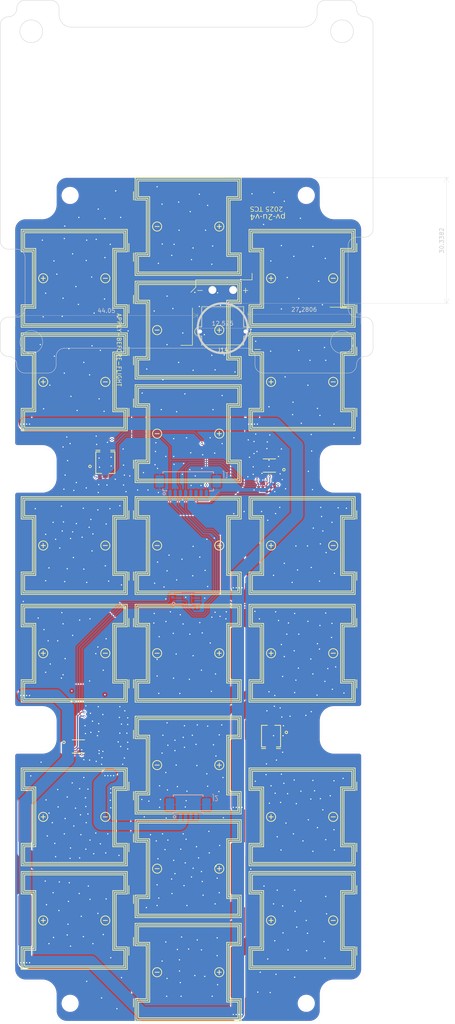
<source format=kicad_pcb>
(kicad_pcb (version 20241229) (generator "pcbnew") (generator_version "9.0")
  (layers (0 "F.Cu" signal) (2 "B.Cu" signal) (13 "F.Paste" user) (15 "B.Paste" user) (5 "F.SilkS" user "F.Silkscreen") (7 "B.SilkS" user "B.Silkscreen") (1 "F.Mask" user) (3 "B.Mask" user) (25 "Edge.Cuts" user))
  (net 0 "")
  (net 1 "/vcc")
  (net 2 "GND")
  (net 3 "Net-(D3-K)")
  (net 4 "/pd0")
  (net 5 "/pd1")
  (net 6 "Net-(D8-K)")
  (net 7 "Net-(U5-INP)")
  (net 8 "Net-(U5-INN)")
  (net 9 "Net-(D1-A)")
  (net 10 "/diag-scl")
  (net 11 "/diag-sda")
  (net 12 "Net-(U3-ALERT)")
  (net 13 "Net-(U2-ALERT)")
  (net 14 "Net-(J2-Pin_1)")
  (net 15 "Net-(D11-K)")
  (net 16 "Net-(D5-A)")
  (net 17 "Net-(D7-A)")
  (net 18 "Net-(D10-A)")
  (net 19 "Net-(D12-A)")
  (net 20 "Net-(D14-A)")
  (net 21 "Net-(D16-A)")
  (net 22 "Net-(D18-A)")
  (net 23 "Net-(D21-K)")
  (net 24 "Net-(D1-K)")
  (net 25 "BATPACK_V+")
  (net 26 "Net-(J10-Pin_3)")
  (footprint "yume:Yu-C-0402-mil" (layer "F.Cu") (at 128.55 121.45 180)
    (property "Reference" "C1" (hide yes))
    (property "Value" "100nF")
  )
  (footprint "yume:Yu-C-0402-mil" (layer "F.Cu") (at 128.55 125.45)
    (property "Reference" "C4" (hide yes))
    (property "Value" "100pF")
  )
  (footprint "yume:Yu-R-0402-mil" (layer "F.Cu") (at 122.55 63.95 -90)
    (property "Reference" "R3" (hide yes))
    (property "Value" "10k")
  )
  (footprint "yume:Yu-C-0402-mil" (layer "F.Cu") (at 120.75 55.65 180)
    (property "Reference" "C3" (hide yes))
    (property "Value" "100nF")
  )
  (footprint "yume:Yu-R-0402-mil" (layer "F.Cu") (at 122.75 55.65 180)
    (property "Reference" "R4" (hide yes))
    (property "Value" "10k")
  )
  (footprint "yume:Yu-D-PD-Osram-SFH2430" (layer "F.Cu") (at 122.55 123.45 90)
    (property "Reference" "D3" (hide yes))
    (property "Value" "SFH2430")
  )
  (footprint "yume:Yu-D-PV-KXOB121K04F" (layer "F.Cu") (at 102.55 50.45 180)
    (property "Reference" "D19" (hide yes))
    (property "Value" "KXOB121K04F")
  )
  (footprint "yume:Yu-R-0402-mil" (layer "F.Cu") (at 128.55 126.45)
    (property "Reference" "R5" (hide yes))
    (property "Value" "10k")
  )
  (footprint "yume:Yu-R-0402-mil" (layer "F.Cu") (at 76.55 54.45 180)
    (property "Reference" "R6" (hide yes))
    (property "Value" "10k")
  )
  (footprint "yume:Yu-SOP-10-3x3-0.5" (layer "F.Cu") (at 76.05 125.95)
    (property "Reference" "U5" (hide yes))
    (property "Value" "INA226")
  )
  (footprint "yume:Yu-D-PV-KXOB121K04F" (layer "F.Cu") (at 130.05 103.45)
    (property "Reference" "D10" (hide yes))
    (property "Value" "KXOB121K04F")
  )
  (footprint "yume:Yu-D-PV-KXOB121K04F" (layer "F.Cu") (at 102.55 25.45 180)
    (property "Reference" "D16" (hide yes))
    (property "Value" "KXOB121K04F")
  )
  (footprint "yume:Yu-D-PV-KXOB121K04F" (layer "F.Cu") (at 130.05 77.45)
    (property "Reference" "D13" (hide yes))
    (property "Value" "KXOB121K04F")
  )
  (footprint "yume:Yu-D-PV-KXOB121K04F" (layer "F.Cu") (at 130.05 142.95)
    (property "Reference" "D6" (hide yes))
    (property "Value" "KXOB121K04F")
  )
  (footprint "yume:Yu-R-0402-mil" (layer "F.Cu") (at 81.55 124.95 180)
    (property "Reference" "R7" (hide yes))
    (property "Value" "2.2")
  )
  (footprint "yume:Yu-D-PV-KXOB121K04F" (layer "F.Cu") (at 102.55 155.45 180)
    (property "Reference" "D2" (hide yes))
    (property "Value" "KXOB121K04F")
  )
  (footprint "yume:Yu-C-0402-mil" (layer "F.Cu") (at 80.05 127.450001 90)
    (property "Reference" "C9" (hide yes))
    (property "Value" "100nF")
  )
  (footprint "yume:Yu-SOT-23-5" (layer "F.Cu") (at 128.55 123.45)
    (property "Reference" "U1" (hide yes))
    (property "Value" "LMV321")
  )
  (footprint "yume:Yu-D-PD-Osram-SFH2430" (layer "F.Cu") (at 82.55 57.45 -90)
    (property "Reference" "D8" (hide yes))
    (property "Value" "SFH2430")
  )
  (footprint "yume:Yu-D-PV-KXOB121K04F" (layer "F.Cu") (at 102.55 0.45 180)
    (property "Reference" "D17" (hide yes))
    (property "Value" "KXOB121K04F")
  )
  (footprint "Connector_AMASS:AMASS_XT30PW-M_1x02_P2.50mm_Horizontal" (layer "F.Cu") (at 108.4 15.775 180)
    (property "Reference" "J14")
    (property "Value" "xt30_2x" (hide yes))
  )
  (footprint "yume:Yu-D-PV-KXOB121K04F" (layer "F.Cu") (at 75.05 77.45)
    (property "Reference" "D15" (hide yes))
    (property "Value" "KXOB121K04F")
  )
  (footprint "yume:Yu-D-PV-KXOB121K04F" (layer "F.Cu") (at 130.05 167.95)
    (property "Reference" "D5" (hide yes))
    (property "Value" "KXOB121K04F")
  )
  (footprint "yume:Yu-D-PV-KXOB121K04F" (layer "F.Cu") (at 130.05 37.95)
    (property "Reference" "D18" (hide yes))
    (property "Value" "KXOB121K04F")
  )
  (footprint "yume:Yu-SOT-23-5" (layer "F.Cu") (at 76.55 57.45 180)
    (property "Reference" "U4" (hide yes))
    (property "Value" "LMV321")
  )
  (footprint "yume:Yu-C-0402-mil" (layer "F.Cu") (at 80.05 125.45 -90)
    (property "Reference" "C7" (hide yes))
    (property "Value" "100nF")
  )
  (footprint "yume:Yu-R-1206-mil" (layer "F.Cu") (at 84.05 124.45 -90)
    (property "Reference" "R8" (hide yes))
    (property "Value" "68m")
  )
  (footprint "yume:Yu-D-PV-KXOB121K04F" (layer "F.Cu") (at 75.05 167.95)
    (property "Reference" "D7" (hide yes))
    (property "Value" "KXOB121K04F")
  )
  (footprint "yume:Yu-C-0402-mil" (layer "F.Cu") (at 76.55 59.45)
    (property "Reference" "C5" (hide yes))
    (property "Value" "100nF")
  )
  (footprint "yume:Yu-R-0402-mil" (layer "F.Cu") (at 121.55 63.95 -90)
    (property "Reference" "R1" (hide yes))
    (property "Value" "10k")
  )
  (footprint "yume:Yu-D-PV-KXOB121K04F" (layer "F.Cu") (at 102.55 180.45 180)
    (property "Reference" "D1" (hide yes))
    (property "Value" "KXOB121K04F")
  )
  (footprint "yume:Yu-D-PV-KXOB121K04F" (layer "F.Cu") (at 130.05 12.95)
    (property "Reference" "D20" (hide yes))
    (property "Value" "KXOB121K04F")
  )
  (footprint "yume:Yu-D-PV-KXOB121K04F" (layer "F.Cu") (at 75.05 12.95)
    (property "Reference" "D21" (hide yes))
    (property "Value" "KXOB121K04F")
  )
  (footprint "yume:Yu-D-PV-KXOB121K04F" (layer "F.Cu") (at 102.55 130.45 180)
    (property "Reference" "D4" (hide yes))
    (property "Value" "KXOB121K04F")
  )
  (footprint "yume:Yu-D-PV-KXOB121K04F" (layer "F.Cu") (at 75.05 103.45)
    (property "Reference" "D12" (hide yes))
    (property "Value" "KXOB121K04F")
  )
  (footprint "yume:Yu-C-0402-mil" (layer "F.Cu") (at 76.55 55.45 180)
    (property "Reference" "C6" (hide yes))
    (property "Value" "100pF")
  )
  (footprint "yume:Yu-R-0402-mil" (layer "F.Cu") (at 81.55 125.95 180)
    (property "Reference" "R9" (hide yes))
    (property "Value" "2.2")
  )
  (footprint "yume:Yu-C-0402-mil" (layer "F.Cu") (at 120.05 63.45)
    (property "Reference" "C8" (hide yes))
    (property "Value" "100nF")
  )
  (footprint "yume:Yu-D-PV-KXOB121K04F" (layer "F.Cu") (at 75.05 142.95)
    (property "Reference" "D9" (hide yes))
    (property "Value" "KXOB121K04F")
  )
  (footprint "yume:Yu-SOP-8-3x3-0.65" (layer "F.Cu") (at 122.15 58.15 180)
    (property "Reference" "U2" (hide yes))
    (property "Value" "TMP275")
  )
  (footprint "yume:Yu-D-PV-KXOB121K04F" (layer "F.Cu") (at 75.05 37.95)
    (property "Reference" "D22" (hide yes))
    (property "Value" "KXOB121K04F")
  )
  (footprint "yume:Yu-D-PV-KXOB121K04F" (layer "F.Cu") (at 102.55 77.45 180)
    (property "Reference" "D14" (hide yes))
    (property "Value" "KXOB121K04F")
  )
  (footprint "yume:Yu-D-PV-KXOB121K04F" (layer "F.Cu") (at 102.55 103.45 180)
    (property "Reference" "D11" (hide yes))
    (property "Value" "KXOB121K04F")
  )
  (footprint "yume:Yu-SOP-8-3x3-0.65" (layer "B.Cu") (at 102.55 90.45)
    (property "Reference" "U3" (hide yes))
    (property "Value" "TMP275")
  )
  (footprint "yume:Yu-J-Molex-Picoblade-1x04-SMD-H-532610471" (layer "B.Cu") (at 102.55 140.45)
    (property "Reference" "J2" (hide yes))
    (property "Value" "J-PWR")
  )
  (footprint "yume:Yu-C-0402-mil" (layer "B.Cu") (at 104.25 92.55 180)
    (property "Reference" "C2" (hide yes))
    (property "Value" "100nF")
  )
  (footprint "yume:Yu-J-Molex-Picoblade-1x08-SMD-H-532610871" (layer "B.Cu") (at 102.55 62.45)
    (property "Reference" "J1" (hide yes))
    (property "Value" "J-SENS")
  )
  (footprint "yume:Yu-R-0402-mil" (layer "B.Cu") (at 98.75 89.45 90)
    (property "Reference" "R2" (hide yes))
    (property "Value" "10k")
  )
  (gr_line (start 117.975 13.325) (end 104.375 13.325) (stroke (width 0.15)) (layer "F.SilkS"))
  (gr_line (start 117.975 11.725) (end 117.975 13.325) (stroke (width 0.15)) (layer "F.SilkS"))
  (gr_line (start 100.775 29.125) (end 103.575 29.125) (stroke (width 0.15)) (layer "F.SilkS"))
  (gr_line (start 103.575 29.125) (end 103.575 20.125) (stroke (width 0.15)) (layer "F.SilkS"))
  (gr_line (start 104.375 15.125) (end 103.175 16.325) (stroke (width 0.15)) (layer "F.SilkS"))
  (gr_line (start 118.575 30.125) (end 119.975 30.125) (stroke (width 0.15)) (layer "F.SilkS"))
  (gr_line (start 104.375 13.325) (end 104.375 15.125) (stroke (width 0.15)) (layer "F.SilkS"))
  (gr_line (start 136.775 19.925) (end 140.775 19.925) (stroke (width 0.15)) (layer "F.SilkS"))
  (gr_arc (start 134.8 185.7) (mid 135.67868 183.57868) (end 137.8 182.7) (stroke (width 0.01)) (layer "Edge.Cuts"))
  (gr_line (start 105.4 25) (end 105.675 24.95) (stroke (width 0.05)) (layer "Edge.Cuts"))
  (gr_line (start 116.6 27.15) (end 116.3 27.15) (stroke (width 0.05)) (layer "Edge.Cuts"))
  (gr_arc (start 74.375 -47.675) (mid 72.25368 -48.55368) (end 71.375 -50.675) (stroke (width 0.1)) (layer "Edge.Cuts"))
  (gr_line (start 67.3 116.7) (end 61.3 116.7) (stroke (width 0.01)) (layer "Edge.Cuts"))
  (gr_line (start 104.775 27.075) (end 104.45 26.85) (stroke (width 0.05)) (layer "Edge.Cuts"))
  (gr_arc (start 67.3 182.7) (mid 69.42132 183.57868) (end 70.3 185.7) (stroke (width 0.01)) (layer "Edge.Cuts"))
  (gr_line (start 116.825 27.075) (end 116.6 27.15) (stroke (width 0.05)) (layer "Edge.Cuts"))
  (gr_line (start 71.375 -52.175) (end 71.375 -50.675) (stroke (width 0.1)) (layer "Edge.Cuts"))
  (gr_arc (start 60.3 128.2) (mid 60.592893 127.492893) (end 61.3 127.2) (stroke (width 0.01)) (layer "Edge.Cuts"))
  (gr_arc (start 63.3 182.7) (mid 61.17868 181.82132) (end 60.3 179.7) (stroke (width 0.01)) (layer "Edge.Cuts"))
  (gr_circle (center 74.05 187.95) (end 72.475 187.95) (stroke (width 0.01)) (fill no) (layer "Edge.Cuts"))
  (gr_line (start 61.3 64.2) (end 67.3 64.2) (stroke (width 0.01)) (layer "Edge.Cuts"))
  (gr_line (start 131.8 -11.8) (end 73.3 -11.8) (stroke (width 0.01)) (layer "Edge.Cuts"))
  (gr_arc (start 143.8 127.2) (mid 144.507107 127.492893) (end 144.8 128.2) (stroke (width 0.01)) (layer "Edge.Cuts"))
  (gr_line (start 141.175 20.325) (end 141.175 5.025) (stroke (width 0.1)) (layer "Edge.Cuts"))
  (gr_line (start 104.4 25.35) (end 104.675 25.1) (stroke (width 0.05)) (layer "Edge.Cuts"))
  (gr_arc (start 137.8 64.2) (mid 135.67868 63.32132) (end 134.8 61.2) (stroke (width 0.01)) (layer "Edge.Cuts"))
  (gr_circle (center 131.05 187.95) (end 129.475 187.95) (stroke (width 0.01)) (fill no) (layer "Edge.Cuts"))
  (gr_line (start 131.8 192.7) (end 73.3 192.7) (stroke (width 0.01)) (layer "Edge.Cuts"))
  (gr_line (start 61.175 5.925) (end 59.175 5.925) (stroke (width 0.1)) (layer "Edge.Cuts"))
  (gr_arc (start 144.8 52.7) (mid 144.507107 53.407107) (end 143.8 53.7) (stroke (width 0.01)) (layer "Edge.Cuts"))
  (gr_circle (center 139.675 28.325) (end 139.675 25.575) (stroke (width 0.1)) (fill no) (layer "Edge.Cuts"))
  (gr_line (start 63.175 35.825) (end 68.675 35.825) (stroke (width 0.1)) (layer "Edge.Cuts"))
  (gr_arc (start 137.8 127.2) (mid 135.67868 126.32132) (end 134.8 124.2) (stroke (width 0.01)) (layer "Edge.Cuts"))
  (gr_line (start 70.3 -4.8) (end 70.3 -8.8) (stroke (width 0.01)) (layer "Edge.Cuts"))
  (gr_line (start 147.175 1.025) (end 147.175 -48.175) (stroke (width 0.1)) (layer "Edge.Cuts"))
  (gr_line (start 137.8 182.7) (end 141.8 182.7) (stroke (width 0.01)) (layer "Edge.Cuts"))
  (gr_arc (start 73.3 192.7) (mid 71.17868 191.82132) (end 70.3 189.7) (stroke (width 0.01)) (layer "Edge.Cuts"))
  (gr_line (start 57.175 3.925) (end 57.175 -48.175) (stroke (width 0.1)) (layer "Edge.Cuts"))
  (gr_line (start 141.8 -1.8) (end 137.8 -1.8) (stroke (width 0.01)) (layer "Edge.Cuts"))
  (gr_arc (start 60.3 65.2) (mid 60.592893 64.492893) (end 61.3 64.2) (stroke (width 0.01)) (layer "Edge.Cuts"))
  (gr_line (start 67.3 53.7) (end 61.3 53.7) (stroke (width 0.01)) (layer "Edge.Cuts"))
  (gr_line (start 144.8 52.7) (end 144.8 1.2) (stroke (width 0.01)) (layer "Edge.Cuts"))
  (gr_line (start 104.2 25.575) (end 104.4 25.35) (stroke (width 0.05)) (layer "Edge.Cuts"))
  (gr_line (start 118.675 31.825) (end 118.675 33.825) (stroke (width 0.1)) (layer "Edge.Cuts"))
  (gr_line (start 104.45 26.85) (end 104.175 26.525) (stroke (width 0.05)) (layer "Edge.Cuts"))
  (gr_line (start 143.8 64.2) (end 137.8 64.2) (stroke (width 0.01)) (layer "Edge.Cuts"))
  (gr_line (start 143.175 3.025) (end 145.175 3.025) (stroke (width 0.1)) (layer "Edge.Cuts"))
  (gr_circle (center 131.05 -7.05) (end 129.475 -7.05) (stroke (width 0.01)) (fill no) (layer "Edge.Cuts"))
  (gr_arc (start 145.175 -50.175) (mid 143.760786 -50.760786) (end 143.175 -52.175) (stroke (width 0.1)) (layer "Edge.Cuts"))
  (gr_arc (start 120.675 35.825) (mid 119.260786 35.239214) (end 118.675 33.825) (stroke (width 0.1)) (layer "Edge.Cuts"))
  (gr_arc (start 69.375 -54.175) (mid 70.789214 -53.589214) (end 71.375 -52.175) (stroke (width 0.1)) (layer "Edge.Cuts"))
  (gr_line (start 70.3 61.2) (end 70.3 56.7) (stroke (width 0.01)) (layer "Edge.Cuts"))
  (gr_arc (start 116.675 29.825) (mid 118.089214 30.410786) (end 118.675 31.825) (stroke (width 0.1)) (layer "Edge.Cuts"))
  (gr_arc (start 70.675 31.825) (mid 71.260786 30.410786) (end 72.675 29.825) (stroke (width 0.1)) (layer "Edge.Cuts"))
  (gr_line (start 134.8 124.2) (end 134.8 119.7) (stroke (width 0.01)) (layer "Edge.Cuts"))
  (gr_line (start 67.3 182.7) (end 63.3 182.7) (stroke (width 0.01)) (layer "Edge.Cuts"))
  (gr_arc (start 147.175 1.025) (mid 146.589214 2.439214) (end 145.175 3.025) (stroke (width 0.1)) (layer "Edge.Cuts"))
  (gr_line (start 70.3 189.7) (end 70.3 185.7) (stroke (width 0.01)) (layer "Edge.Cuts"))
  (gr_line (start 133.675 -52.175) (end 133.675 -51.075) (stroke (width 0.1)) (layer "Edge.Cuts"))
  (gr_line (start 144.8 179.7) (end 144.8 128.2) (stroke (width 0.01)) (layer "Edge.Cuts"))
  (gr_line (start 63.3 -1.8) (end 67.3 -1.8) (stroke (width 0.01)) (layer "Edge.Cuts"))
  (gr_line (start 116.65 25) (end 116.875 25.075) (stroke (width 0.05)) (layer "Edge.Cuts"))
  (gr_arc (start 133.675 -52.175) (mid 134.260786 -53.589214) (end 135.675 -54.175) (stroke (width 0.1)) (layer "Edge.Cuts"))
  (gr_arc (start 144.8 115.7) (mid 144.507107 116.407107) (end 143.8 116.7) (stroke (width 0.01)) (layer "Edge.Cuts"))
  (gr_line (start 105.675 20.05) (end 115.825 20.05) (stroke (width 0.05)) (layer "Edge.Cuts"))
  (gr_line (start 69.375 -54.175) (end 63.175 -54.175) (stroke (width 0.1)) (layer "Edge.Cuts"))
  (gr_arc (start 61.3 116.7) (mid 60.592893 116.407107) (end 60.3 115.7) (stroke (width 0.01)) (layer "Edge.Cuts"))
  (gr_arc (start 61.3 53.7) (mid 60.592893 53.407107) (end 60.3 52.7) (stroke (width 0.01)) (layer "Edge.Cuts"))
  (gr_arc (start 70.3 -8.8) (mid 71.17868 -10.92132) (end 73.3 -11.8) (stroke (width 0.01)) (layer "Edge.Cuts"))
  (gr_arc (start 143.8 64.2) (mid 144.507107 64.492893) (end 144.8 65.2) (stroke (width 0.01)) (layer "Edge.Cuts"))
  (gr_line (start 115.875 27.15) (end 115.875 29.225) (stroke (width 0.05)) (layer "Edge.Cuts"))
  (gr_arc (start 70.3 61.2) (mid 69.42132 63.32132) (end 67.3 64.2) (stroke (width 0.01)) (layer "Edge.Cuts"))
  (gr_arc (start 70.3 124.2) (mid 69.42132 126.32132) (end 67.3 127.2) (stroke (width 0.01)) (layer "Edge.Cuts"))
  (gr_arc (start 143.175 33.825) (mid 142.589214 35.239214) (end 141.175 35.825) (stroke (width 0.1)) (layer "Edge.Cuts"))
  (gr_line (start 117.325 26.7) (end 117.175 26.875) (stroke (width 0.05)) (layer "Edge.Cuts"))
  (gr_line (start 115.825 20.05) (end 115.825 24.9) (stroke (width 0.05)) (layer "Edge.Cuts"))
  (gr_line (start 61.175 22.325) (end 59.175 22.325) (stroke (width 0.1)) (layer "Edge.Cuts"))
  (gr_arc (start 131.8 -11.8) (mid 133.92132 -10.92132) (end 134.8 -8.8) (stroke (width 0.01)) (layer "Edge.Cuts"))
  (gr_circle (center 74.05 -7.05) (end 72.475 -7.05) (stroke (width 0.01)) (fill no) (layer "Edge.Cuts"))
  (gr_circle (center 110.861759 25) (end 116.736759 23.725) (stroke (width 0.5)) (fill no) (layer "Edge.Cuts"))
  (gr_arc (start 143.175 33.825) (mid 143.760786 32.410786) (end 145.175 31.825) (stroke (width 0.1)) (layer "Edge.Cuts"))
  (gr_arc (start 145.175 22.325) (mid 146.589214 22.910786) (end 147.175 24.325) (stroke (width 0.1)) (layer "Edge.Cuts"))
  (gr_line (start 115.875 29.225) (end 105.7 29.25) (stroke (width 0.05)) (layer "Edge.Cuts"))
  (gr_line (start 104.05 26.175) (end 104.05 25.775) (stroke (width 0.05)) (layer "Edge.Cuts"))
  (gr_arc (start 63.175 35.825) (mid 61.760786 35.239214) (end 61.175 33.825) (stroke (width 0.1)) (layer "Edge.Cuts"))
  (gr_arc (start 59.175 31.825) (mid 57.760786 31.239214) (end 57.175 29.825) (stroke (width 0.1)) (layer "Edge.Cuts"))
  (gr_line (start 115.825 24.9) (end 116.225 24.9) (stroke (width 0.05)) (layer "Edge.Cuts"))
  (gr_arc (start 59.175 31.825) (mid 60.589214 32.410786) (end 61.175 33.825) (stroke (width 0.1)) (layer "Edge.Cuts"))
  (gr_line (start 117.3 25.425) (end 117.522222 25.675) (stroke (width 0.05)) (layer "Edge.Cuts"))
  (gr_arc (start 63.175 20.325) (mid 62.589214 21.739214) (end 61.175 22.325) (stroke (width 0.1)) (layer "Edge.Cuts"))
  (gr_arc (start 141.8 -1.8) (mid 143.92132 -0.92132) (end 144.8 1.2) (stroke (width 0.01)) (layer "Edge.Cuts"))
  (gr_arc (start 134.8 189.7) (mid 133.92132 191.82132) (end 131.8 192.7) (stroke (width 0.01)) (layer "Edge.Cuts"))
  (gr_line (start 104.175 26.525) (end 104.05 26.175) (stroke (width 0.05)) (layer "Edge.Cuts"))
  (gr_arc (start 133.675 -51.075) (mid 132.679163 -48.670837) (end 130.275 -47.675) (stroke (width 0.1)) (layer "Edge.Cuts"))
  (gr_line (start 117.025 26.975) (end 116.825 27.075) (stroke (width 0.05)) (layer "Edge.Cuts"))
  (gr_arc (start 61.175 -52.175) (mid 61.760786 -53.589214) (end 63.175 -54.175) (stroke (width 0.1)) (layer "Edge.Cuts"))
  (gr_line (start 63.175 20.325) (end 63.175 7.925) (stroke (width 0.1)) (layer "Edge.Cuts"))
  (gr_line (start 104.675 25.1) (end 105.025 25) (stroke (width 0.05)) (layer "Edge.Cuts"))
  (gr_line (start 116.675 29.825) (end 72.725 29.825) (stroke (width 0.1)) (layer "Edge.Cuts"))
  (gr_line (start 117.522222 26) (end 117.522222 26.3) (stroke (width 0.05)) (layer "Edge.Cuts"))
  (gr_arc (start 67.3 116.7) (mid 69.42132 117.57868) (end 70.3 119.7) (stroke (width 0.01)) (layer "Edge.Cuts"))
  (gr_line (start 60.3 179.7) (end 60.3 128.2) (stroke (width 0.01)) (layer "Edge.Cuts"))
  (gr_line (start 116.3 27.15) (end 115.875 27.15) (stroke (width 0.05)) (layer "Edge.Cuts"))
  (gr_arc (start 141.175 -54.175) (mid 142.589214 -53.589214) (end 143.175 -52.175) (stroke (width 0.1)) (layer "Edge.Cuts"))
  (gr_line (start 141.175 -54.175) (end 135.675 -54.175) (stroke (width 0.1)) (layer "Edge.Cuts"))
  (gr_line (start 60.3 52.7) (end 60.3 1.2) (stroke (width 0.01)) (layer "Edge.Cuts"))
  (gr_line (start 104.05 25.775) (end 104.2 25.575) (stroke (width 0.05)) (layer "Edge.Cuts"))
  (gr_arc (start 57.175 24.325) (mid 57.760786 22.910786) (end 59.175 22.325) (stroke (width 0.1)) (layer "Edge.Cuts"))
  (gr_line (start 105.125 27.175) (end 104.775 27.075) (stroke (width 0.05)) (layer "Edge.Cuts"))
  (gr_line (start 70.675 31.825) (end 70.675 33.825) (stroke (width 0.1)) (layer "Edge.Cuts"))
  (gr_circle (center 64.675 28.325) (end 64.675 25.575) (stroke (width 0.1)) (fill no) (layer "Edge.Cuts"))
  (gr_arc (start 144.8 179.7) (mid 143.92132 181.82132) (end 141.8 182.7) (stroke (width 0.01)) (layer "Edge.Cuts"))
  (gr_line (start 60.3 115.7) (end 60.3 65.2) (stroke (width 0.01)) (layer "Edge.Cuts"))
  (gr_line (start 137.8 53.7) (end 143.8 53.7) (stroke (width 0.01)) (layer "Edge.Cuts"))
  (gr_line (start 57.175 29.825) (end 57.175 24.325) (stroke (width 0.1)) (layer "Edge.Cuts"))
  (gr_arc (start 143.175 22.325) (mid 141.760786 21.739214) (end 141.175 20.325) (stroke (width 0.1)) (layer "Edge.Cuts"))
  (gr_arc (start 61.175 -52.175) (mid 60.589214 -50.760786) (end 59.175 -50.175) (stroke (width 0.1)) (layer "Edge.Cuts"))
  (gr_arc (start 134.8 56.7) (mid 135.67868 54.57868) (end 137.8 53.7) (stroke (width 0.01)) (layer "Edge.Cuts"))
  (gr_circle (center 64.675 -46.675) (end 64.675 -43.925) (stroke (width 0.1)) (fill no) (layer "Edge.Cuts"))
  (gr_line (start 134.8 -4.8) (end 134.8 -8.8) (stroke (width 0.01)) (layer "Edge.Cuts"))
  (gr_arc (start 141.175 5.025) (mid 141.760786 3.610786) (end 143.175 3.025) (stroke (width 0.1)) (layer "Edge.Cuts"))
  (gr_line (start 117.522222 26.3) (end 117.45 26.5) (stroke (width 0.05)) (layer "Edge.Cuts"))
  (gr_line (start 105.675 24.95) (end 105.675 20.05) (stroke (width 0.05)) (layer "Edge.Cuts"))
  (gr_line (start 141.175 35.825) (end 120.675 35.825) (stroke (width 0.1)) (layer "Edge.Cuts"))
  (gr_line (start 116.875 25.075) (end 117.1 25.2) (stroke (width 0.05)) (layer "Edge.Cuts"))
  (gr_circle (center 139.675 -46.675) (end 139.675 -43.925) (stroke (width 0.1)) (fill no) (layer "Edge.Cuts"))
  (gr_arc (start 145.175 -50.175) (mid 146.589214 -49.589214) (end 147.175 -48.175) (stroke (width 0.1)) (layer "Edge.Cuts"))
  (gr_arc (start 60.3 1.2) (mid 61.17868 -0.92132) (end 63.3 -1.8) (stroke (width 0.01)) (layer "Edge.Cuts"))
  (gr_arc (start 67.3 53.7) (mid 69.42132 54.57868) (end 70.3 56.7) (stroke (width 0.01)) (layer "Edge.Cuts"))
  (gr_arc (start 70.675 33.825) (mid 70.089214 35.239214) (end 68.675 35.825) (stroke (width 0.1)) (layer "Edge.Cuts"))
  (gr_line (start 117.522222 25.675) (end 117.522222 26) (stroke (width 0.05)) (layer "Edge.Cuts"))
  (gr_arc (start 57.175 -48.175) (mid 57.760786 -49.589214) (end 59.175 -50.175) (stroke (width 0.1)) (layer "Edge.Cuts"))
  (gr_arc (start 59.175 5.925) (mid 57.760786 5.339214) (end 57.175 3.925) (stroke (width 0.1)) (layer "Edge.Cuts"))
  (gr_line (start 117.45 26.5) (end 117.325 26.7) (stroke (width 0.05)) (layer "Edge.Cuts"))
  (gr_line (start 116.425 24.925) (end 116.65 25) (stroke (width 0.05)) (layer "Edge.Cuts"))
  (gr_line (start 61.3 127.2) (end 67.3 127.2) (stroke (width 0.01)) (layer "Edge.Cuts"))
  (gr_line (start 116.225 24.9) (end 116.425 24.925) (stroke (width 0.05)) (layer "Edge.Cuts"))
  (gr_line (start 134.8 61.2) (end 134.8 56.7) (stroke (width 0.01)) (layer "Edge.Cuts"))
  (gr_arc (start 147.175 29.825) (mid 146.589214 31.239214) (end 145.175 31.825) (stroke (width 0.1)) (layer "Edge.Cuts"))
  (gr_line (start 144.8 115.7) (end 144.8 65.2) (stroke (width 0.01)) (layer "Edge.Cuts"))
  (gr_arc (start 134.8 119.7) (mid 135.67868 117.57868) (end 137.8 116.7) (stroke (width 0.01)) (layer "Edge.Cuts"))
  (gr_line (start 147.175 29.825) (end 147.175 24.325) (stroke (width 0.1)) (layer "Edge.Cuts"))
  (gr_line (start 137.8 116.7) (end 143.8 116.7) (stroke (width 0.01)) (layer "Edge.Cuts"))
  (gr_line (start 143.175 22.325) (end 145.175 22.325) (stroke (width 0.1)) (layer "Edge.Cuts"))
  (gr_line (start 134.8 189.7) (end 134.8 185.7) (stroke (width 0.01)) (layer "Edge.Cuts"))
  (gr_line (start 117.175 26.875) (end 117.025 26.975) (stroke (width 0.05)) (layer "Edge.Cuts"))
  (gr_line (start 117.1 25.2) (end 117.3 25.425) (stroke (width 0.05)) (layer "Edge.Cuts"))
  (gr_line (start 70.3 124.2) (end 70.3 119.7) (stroke (width 0.01)) (layer "Edge.Cuts"))
  (gr_arc (start 61.175 5.925) (mid 62.589214 6.510786) (end 63.175 7.925) (stroke (width 0.1)) (layer "Edge.Cuts"))
  (gr_line (start 105.7 29.25) (end 105.7 27.175) (stroke (width 0.05)) (layer "Edge.Cuts"))
  (gr_line (start 143.8 127.2) (end 137.8 127.2) (stroke (width 0.01)) (layer "Edge.Cuts"))
  (gr_line (start 105.025 25) (end 105.4 25) (stroke (width 0.05)) (layer "Edge.Cuts"))
  (gr_arc (start 70.3 -4.8) (mid 69.42132 -2.67868) (end 67.3 -1.8) (stroke (width 0.01)) (layer "Edge.Cuts"))
  (gr_line (start 130.275 -47.675) (end 74.375 -47.675) (stroke (width 0.1)) (layer "Edge.Cuts"))
  (gr_line (start 105.7 27.175) (end 105.125 27.175) (stroke (width 0.05)) (layer "Edge.Cuts"))
  (gr_arc (start 137.8 -1.8) (mid 135.67868 -2.67868) (end 134.8 -4.8) (stroke (width 0.01)) (layer "Edge.Cuts"))
  (gr_text "APPLY-BEFORE-FLIGHT" (at 85.275 21.3 270) (layer "F.SilkS") (effects (font (size 1 1)) (justify left bottom)))
  (gr_text "2025 TCS" (at 117.45 -3.85 180) (layer "F.SilkS") (effects (font (size 1.2 1.2) (thickness 0.2)) (justify right)))
  (gr_text "pv-2u-v4" (at 117.45 -1.95 180) (layer "F.SilkS") (effects (font (size 1.4 1.4) (thickness 0.2)) (justify right)))
  (gr_text "J2" (at 109.15 137.55 180) (layer "B.SilkS") (effects (font (size 1.35 1.1) (thickness 0.1875)) (justify bottom mirror)))
  (gr_text "J1" (at 111.65 59.55 180) (layer "B.SilkS") (effects (font (size 1.35 1.1) (thickness 0.1875)) (justify bottom mirror)))
  (dimension (type orthogonal) (layer "Edge.Cuts") (pts (xy 104.85 25) (xy 60.8 25)) (height -3.075) (orientation 0) (format (prefix "") (suffix "") (units 3) (units_format 0) (precision 4) (suppress_zeroes yes)) (style (thickness 0.05) (arrow_length 1.27) (text_position_mode 0) (arrow_direction outward) (extension_height 0.58642) (extension_offset 0.5) (keep_text_aligned yes)) (gr_text "44.05" (at 82.825 20.775 0) (layer "Edge.Cuts") (effects (font (size 1 1) (thickness 0.15)))))
  (dimension (type orthogonal) (layer "Edge.Cuts") (pts (xy 116.894444 24.3375) (xy 144.175 24.4)) (height -2.6875) (orientation 0) (format (prefix "") (suffix "") (units 3) (units_format 0) (precision 4) (suppress_zeroes yes)) (style (thickness 0.05) (arrow_length 1.27) (text_position_mode 0) (arrow_direction outward) (extension_height 0.58642) (extension_offset 0.5) (keep_text_aligned yes)) (gr_text "27.2806" (at 130.534722 20.5 0) (layer "Edge.Cuts") (effects (font (size 1 1) (thickness 0.15)))))
  (dimension (type orthogonal) (layer "Edge.Cuts") (pts (xy 104.6 25) (xy 117.125 25)) (height 0) (orientation 0) (format (prefix "") (suffix "") (units 3) (units_format 0) (precision 4) (suppress_zeroes yes)) (style (thickness 0.05) (arrow_length 1.27) (text_position_mode 0) (arrow_direction outward) (extension_height 0.58642) (extension_offset 0.5) (keep_text_aligned yes)) (gr_text "12.525" (at 110.8625 23.85 0) (layer "Edge.Cuts") (effects (font (size 1 1) (thickness 0.15)))))
  (dimension (type orthogonal) (layer "Edge.Cuts") (pts (xy 110.861759 18.988241) (xy 110.861759 -11.35)) (height 54.038241) (orientation 1) (format (prefix "") (suffix "") (units 3) (units_format 0) (precision 4) (suppress_zeroes yes)) (style (thickness 0.05) (arrow_length 1.27) (text_position_mode 0) (arrow_direction outward) (extension_height 0.58642) (extension_offset 0.5) (keep_text_aligned yes)) (gr_text "30.3382" (at 163.75 3.81912 90) (layer "Edge.Cuts") (effects (font (size 1 1) (thickness 0.15)))))
  (segment (start 121.3 93.2) (end 121.3 109.8) (width 0.2) (layer "F.Cu") (net 1))
  (segment (start 113.55 66.95) (end 110.55 69.95) (width 0.2) (layer "F.Cu") (net 1))
  (segment (start 80.05 127.95) (end 79.05 126.95) (width 0.2) (layer "F.Cu") (net 1))
  (segment (start 121.15 66.95) (end 113.55 66.95) (width 0.2) (layer "F.Cu") (net 1))
  (segment (start 122.250001 55.65) (end 121.249999 55.65) (width 0.2) (layer "F.Cu") (net 1))
  (segment (start 72.15 125.450001) (end 73.85 125.450001) (width 0.2) (layer "F.Cu") (net 1))
  (segment (start 113.15 92.3) (end 120.4 92.3) (width 0.2) (layer "F.Cu") (net 1))
  (segment (start 79.05 126.95) (end 78.25 126.95) (width 0.2) (layer "F.Cu") (net 1))
  (segment (start 76.050001 59.45) (end 76.050001 60.050001) (width 0.2) (layer "F.Cu") (net 1))
  (segment (start 121.249999 58.45) (end 121.249999 55.65) (width 0.2) (layer "F.Cu") (net 1))
  (segment (start 76.85 127.95) (end 72.8 127.95) (width 0.2) (layer "F.Cu") (net 1))
  (segment (start 76.35 60.35) (end 79.65 60.35) (width 0.2) (layer "F.Cu") (net 1))
  (segment (start 119.175 62.175) (end 119.550001 62.550001) (width 0.2) (layer "F.Cu") (net 1))
  (segment (start 119.550001 63.950001) (end 120.049999 64.449999) (width 0.2) (layer "F.Cu") (net 1))
  (segment (start 122.55 64.449999) (end 122.55 65.55) (width 0.2) (layer "F.Cu") (net 1))
  (segment (start 76.85 127.95) (end 80.049999 127.95) (width 0.2) (layer "F.Cu") (net 1))
  (segment (start 119.475 59.125) (end 119.95 59.125) (width 0.2) (layer "F.Cu") (net 1))
  (segment (start 79.65 60.35) (end 80.25 60.95) (width 0.2) (layer "F.Cu") (net 1))
  (segment (start 120.975 59.125) (end 121.25 58.85) (width 0.2) (layer "F.Cu") (net 1))
  (segment (start 121.25 58.85) (end 121.249999 58.849999) (width 0.2) (layer "F.Cu") (net 1))
  (segment (start 119.175 61.6) (end 119.175 62.175) (width 0.2) (layer "F.Cu") (net 1))
  (segment (start 122.55 65.55) (end 121.15 66.95) (width 0.2) (layer "F.Cu") (net 1))
  (segment (start 119.95 59.125) (end 120.975 59.125) (width 0.2) (layer "F.Cu") (net 1))
  (segment (start 75.6 58.4) (end 76.05 58.85) (width 0.2) (layer "F.Cu") (net 1))
  (segment (start 72.15 125.15) (end 72.35 124.95) (width 0.2) (layer "F.Cu") (net 1))
  (segment (start 129.049999 122.049999) (end 129.5 122.5) (width 0.2) (layer "F.Cu") (net 1))
  (segment (start 72.15 127.3) (end 72.15 125.450001) (width 0.2) (layer "F.Cu") (net 1))
  (segment (start 110.55 69.95) (end 110.55 89.7) (width 0.2) (layer "F.Cu") (net 1))
  (segment (start 119.175 61.6) (end 119.175 59.425) (width 0.2) (layer "F.Cu") (net 1))
  (segment (start 119.175 59.425) (end 119.475 59.125) (width 0.2) (layer "F.Cu") (net 1))
  (segment (start 110.55 89.7) (end 113.15 92.3) (width 0.2) (layer "F.Cu") (net 1))
  (segment (start 121.224999 58.475) (end 121.249999 58.45) (width 0.2) (layer "F.Cu") (net 1))
  (segment (start 121.249999 58.849999) (end 121.249999 58.45) (width 0.2) (layer "F.Cu") (net 1))
  (segment (start 121.3 109.8) (end 129.049999 117.549999) (width 0.2) (layer "F.Cu") (net 1))
  (segment (start 120.049999 64.449999) (end 122.55 64.449999) (width 0.2) (layer "F.Cu") (net 1))
  (segment (start 76.050001 60.050001) (end 76.35 60.35) (width 0.2) (layer "F.Cu") (net 1))
  (segment (start 129.049999 117.549999) (end 129.049999 122.049999) (width 0.2) (layer "F.Cu") (net 1))
  (segment (start 76.05 58.85) (end 76.05 59.45) (width 0.2) (layer "F.Cu") (net 1))
  (segment (start 119.550001 62.550001) (end 119.550001 63.950001) (width 0.2) (layer "F.Cu") (net 1))
  (segment (start 80.049999 127.95) (end 80.05 127.950001) (width 0.2) (layer "F.Cu") (net 1))
  (segment (start 72.35 124.95) (end 73.85 124.95) (width 0.2) (layer "F.Cu") (net 1))
  (segment (start 75.35 58.4) (end 75.6 58.4) (width 0.2) (layer "F.Cu") (net 1))
  (segment (start 129.5 122.5) (end 129.750001 122.5) (width 0.2) (layer "F.Cu") (net 1))
  (segment (start 120.4 92.3) (end 121.3 93.2) (width 0.2) (layer "F.Cu") (net 1))
  (segment (start 72.8 127.95) (end 72.15 127.3) (width 0.2) (layer "F.Cu") (net 1))
  (segment (start 119.95 58.475) (end 121.224999 58.475) (width 0.2) (layer "F.Cu") (net 1))
  (segment (start 72.15 125.55) (end 72.15 125.15) (width 0.2) (layer "F.Cu") (net 1))
  (via (at 76.85 127.95) (size 0.6) (drill 0.3) (layers "F.Cu" "B.Cu") (net 1))
  (via (at 119.175 61.6) (size 0.6) (drill 0.3) (layers "F.Cu" "B.Cu") (net 1))
  (via (at 80.25 60.95) (size 0.6) (drill 0.3) (layers "F.Cu" "B.Cu") (net 1))
  (segment (start 103.425 90.125) (end 104.75 90.125) (width 0.2) (layer "B.Cu") (net 1))
  (segment (start 76.85 127.95) (end 75.75 126.85) (width 0.2) (layer "B.Cu") (net 1))
  (segment (start 98.249999 88.950001) (end 99.249999 88.950001) (width 0.2) (layer "B.Cu") (net 1))
  (segment (start 99.249999 88.950001) (end 99.45 88.75) (width 0.2) (layer "B.Cu") (net 1))
  (segment (start 97.45 91.25) (end 97.95 90.75) (width 0.2) (layer "B.Cu") (net 1))
  (segment (start 103.625 91.425) (end 104.75 91.425) (width 0.2) (layer "B.Cu") (net 1))
  (segment (start 95.65 51.05) (end 87.45 51.05) (width 0.2) (layer "B.Cu") (net 1))
  (segment (start 104.749999 92.55) (end 104.749999 91.425001) (width 0.2) (layer "B.Cu") (net 1))
  (segment (start 87.45 51.05) (end 85.45 53.05) (width 0.2) (layer "B.Cu") (net 1))
  (segment (start 118.625 62.15) (end 116.25 62.15) (width 0.2) (layer "B.Cu") (net 1))
  (segment (start 116.25 62.15) (end 111.05 56.95) (width 0.2) (layer "B.Cu") (net 1))
  (segment (start 119.175 61.6) (end 118.625 62.15) (width 0.2) (layer "B.Cu") (net 1))
  (segment (start 85.45 53.05) (end 85.45 58.75) (width 0.2) (layer "B.Cu") (net 1))
  (segment (start 99.45 88.75) (end 103.35 88.75) (width 0.2) (layer "B.Cu") (net 1))
  (segment (start 103.35 90.05) (end 103.425 90.125) (width 0.2) (layer "B.Cu") (net 1))
  (segment (start 106.05 75.15) (end 98.05 67.15) (width 0.2) (layer "B.Cu") (net 1))
  (segment (start 75.75 101.95) (end 86.45 91.25) (width 0.2) (layer "B.Cu") (net 1))
  (segment (start 103.35 88.75) (end 103.35 90.05) (width 0.2) (layer "B.Cu") (net 1))
  (segment (start 108.15 88.75) (end 108.65 88.25) (width 0.2) (layer "B.Cu") (net 1))
  (segment (start 98.175 53.575) (end 95.65 51.05) (width 0.2) (layer "B.Cu") (net 1))
  (segment (start 86.45 91.25) (end 97.45 91.25) (width 0.2) (layer "B.Cu") (net 1))
  (segment (start 98.05 64.975) (end 98.175 64.85) (width 0.2) (layer "B.Cu") (net 1))
  (segment (start 97.95 90.75) (end 97.95 89.25) (width 0.2) (layer "B.Cu") (net 1))
  (segment (start 107.35 75.15) (end 106.05 75.15) (width 0.2) (layer "B.Cu") (net 1))
  (segment (start 108.65 88.25) (end 108.65 76.45) (width 0.2) (layer "B.Cu") (net 1))
  (segment (start 103.35 90.05) (end 103.35 91.15) (width 0.2) (layer "B.Cu") (net 1))
  (segment (start 75.75 126.85) (end 75.75 101.95) (width 0.2) (layer "B.Cu") (net 1))
  (segment (start 98.175 56.95) (end 98.175 64.85) (width 0.2) (layer "B.Cu") (net 1))
  (segment (start 85.45 58.75) (end 83.25 60.95) (width 0.2) (layer "B.Cu") (net 1))
  (segment (start 108.65 76.45) (end 107.35 75.15) (width 0.2) (layer "B.Cu") (net 1))
  (segment (start 103.35 91.15) (end 103.625 91.425) (width 0.2) (layer "B.Cu") (net 1))
  (segment (start 98.05 67.15) (end 98.05 64.975) (width 0.2) (layer "B.Cu") (net 1))
  (segment (start 97.95 89.25) (end 98.249999 88.950001) (width 0.2) (layer "B.Cu") (net 1))
  (segment (start 98.175 56.95) (end 98.175 53.575) (width 0.2) (layer "B.Cu") (net 1))
  (segment (start 104.749999 91.425001) (end 104.75 91.425) (width 0.2) (layer "B.Cu") (net 1))
  (segment (start 103.35 88.75) (end 108.15 88.75) (width 0.2) (layer "B.Cu") (net 1))
  (segment (start 111.05 56.95) (end 98.175 56.95) (width 0.2) (layer "B.Cu") (net 1))
  (segment (start 83.25 60.95) (end 80.25 60.95) (width 0.2) (layer "B.Cu") (net 1))
  (segment (start 120.950001 54.95) (end 125.85 54.95) (width 0.2) (layer "F.Cu") (net 2))
  (segment (start 120.55 63.049998) (end 120.549999 63.049999) (width 0.2) (layer "F.Cu") (net 2))
  (segment (start 125.85 54.95) (end 126.675 55.775) (width 0.2) (layer "F.Cu") (net 2))
  (segment (start 118.75 57.15) (end 118.75 57.55) (width 0.2) (layer "F.Cu") (net 2))
  (segment (start 72.65 127.15) (end 72.95 127.45) (width 0.2) (layer "F.Cu") (net 2))
  (segment (start 118.775 57.175) (end 118.75 57.15) (width 0.2) (layer "F.Cu") (net 2))
  (segment (start 119.95 57.175) (end 118.775 57.175) (width 0.2) (layer "F.Cu") (net 2))
  (segment (start 86.95 139.25) (end 86.95 142.95) (width 3) (layer "F.Cu") (net 2))
  (segment (start 118.75 57.55) (end 119.025 57.825) (width 0.2) (layer "F.Cu") (net 2))
  (segment (start 124.35 57.175) (end 126.66555 57.175) (width 0.2) (layer "F.Cu") (net 2))
  (segment (start 79.549997 126.449999) (end 78.25 126.449999) (width 0.2) (layer "F.Cu") (net 2))
  (segment (start 120.55 61.65) (end 120.55 63.049998) (width 0.2) (layer "F.Cu") (net 2))
  (segment (start 75.95 127.45) (end 76.950001 126.449999) (width 0.2) (layer "F.Cu") (net 2))
  (segment (start 126.66555 57.175) (end 126.675 57.16555) (width 0.2) (layer "F.Cu") (net 2))
  (segment (start 120.250001 55.65) (end 119.15 55.65) (width 0.2) (layer "F.Cu") (net 2))
  (segment (start 76.950001 126.449999) (end 78.25 126.449999) (width 0.2) (layer "F.Cu") (net 2))
  (segment (start 126.675 55.775) (end 126.675 57.16555) (width 0.2) (layer "F.Cu") (net 2))
  (segment (start 119.15 55.65) (end 118.75 56.05) (width 0.2) (layer "F.Cu") (net 2))
  (segment (start 120.250001 55.65) (end 120.950001 54.95) (width 0.2) (layer "F.Cu") (net 2))
  (segment (start 119.025 57.825) (end 119.95 57.825) (width 0.2) (layer "F.Cu") (net 2))
  (segment (start 120.549999 63.049999) (end 120.549999 63.45) (width 0.2) (layer "F.Cu") (net 2))
  (segment (start 126.675 57.16555) (end 126.675 61.6) (width 0.2) (layer "F.Cu") (net 2))
  (segment (start 73.85 125.95) (end 72.95 125.95) (width 0.2) (layer "F.Cu") (net 2))
  (segment (start 72.65 126.25) (end 72.65 127.15) (width 0.2) (layer "F.Cu") (net 2))
  (segment (start 80.05 126.950002) (end 79.549997 126.449999) (width 0.2) (layer "F.Cu") (net 2))
  (segment (start 72.95 125.95) (end 72.65 126.25) (width 0.2) (layer "F.Cu") (net 2))
  (segment (start 72.95 127.45) (end 75.95 127.45) (width 0.2) (layer "F.Cu") (net 2))
  (segment (start 118.75 56.05) (end 118.75 57.15) (width 0.2) (layer "F.Cu") (net 2))
  (via (at 135.65 8.15) (size 0.6) (drill 0.3) (layers "F.Cu" "B.Cu") (net 2))
  (via (at 79.45 119.85) (size 0.6) (drill 0.3) (layers "F.Cu" "B.Cu") (net 2))
  (via (at 119.15 54.75) (size 0.6) (drill 0.3) (layers "F.Cu" "B.Cu") (net 2))
  (via (at 134.45 77.05) (size 0.6) (drill 0.3) (layers "F.Cu" "B.Cu") (net 2))
  (via (at 128.15 102.85) (size 0.6) (drill 0.3) (layers "F.Cu" "B.Cu") (net 2))
  (via (at 118.45 55.25) (size 0.6) (drill 0.3) (layers "F.Cu" "B.Cu") (net 2))
  (via (at 132.15 138.65) (size 0.6) (drill 0.3) (layers "F.Cu" "B.Cu") (net 2))
  (via (at 76.95 75.45) (size 0.6) (drill 0.3) (layers "F.Cu" "B.Cu") (net 2))
  (via (at 107.25 121.05) (size 0.6) (drill 0.3) (layers "F.Cu" "B.Cu") (net 2))
  (via (at 79.85 21.35) (size 0.6) (drill 0.3) (layers "F.Cu" "B.Cu") (net 2))
  (via (at 78.35 142.25) (size 0.6) (drill 0.3) (layers "F.Cu" "B.Cu") (net 2))
  (via (at 67.05 129.75) (size 0.6) (drill 0.3) (layers "F.Cu" "B.Cu") (net 2))
  (via (at 76.05 19.25) (size 0.6) (drill 0.3) (layers "F.Cu" "B.Cu") (net 2))
  (via (at 70.35 149.35) (size 0.6) (drill 0.3) (layers "F.Cu" "B.Cu") (net 2))
  (via (at 109.65 16.45) (size 0.6) (drill 0.3) (layers "F.Cu" "B.Cu") (net 2))
  (via (at 122.495435 8.76092) (size 0.6) (drill 0.3) (layers "F.Cu" "B.Cu") (net 2))
  (via (at 101.311339 96.388256) (size 0.6) (drill 0.3) (layers "F.Cu" "B.Cu") (net 2))
  (via (at 110.25 94.55) (size 0.6) (drill 0.3) (layers "F.Cu" "B.Cu") (net 2))
  (via (at 75.55 72.15) (size 0.6) (drill 0.3) (layers "F.Cu" "B.Cu") (net 2))
  (via (at 78.75 110.15) (size 0.6) (drill 0.3) (layers "F.Cu" "B.Cu") (net 2))
  (via (at 79.55 74.65) (size 0.6) (drill 0.3) (layers "F.Cu" "B.Cu") (net 2))
  (via (at 74.15 150.45) (size 0.6) (drill 0.3) (layers "F.Cu" "B.Cu") (net 2))
  (via (at 131.55 143.65) (size 0.6) (drill 0.3) (layers "F.Cu" "B.Cu") (net 2))
  (via (at 110.15 149.85) (size 0.6) (drill 0.3) (layers "F.Cu" "B.Cu") (net 2))
  (via (at 81.75 128.65) (size 0.6) (drill 0.3) (layers "F.Cu" "B.Cu") (net 2))
  (via (at 131.05 167.95) (size 0.6) (drill 0.3) (layers "F.Cu" "B.Cu") (net 2))
  (via (at 111.25 31.45) (size 0.6) (drill 0.3) (layers "F.Cu" "B.Cu") (net 2))
  (via (at 137.75 134.25) (size 0.6) (drill 0.3) (layers "F.Cu" "B.Cu") (net 2))
  (via (at 101.05 80.75) (size 0.6) (drill 0.3) (layers "F.Cu" "B.Cu") (net 2))
  (via (at 119.35 185.25) (size 0.6) (drill 0.3) (layers "F.Cu" "B.Cu") (net 2))
  (via (at 82.45 -1.45) (size 0.6) (drill 0.3) (layers "F.Cu" "B.Cu") (net 2))
  (via (at 68.15 108.05) (size 0.6) (drill 0.3) (layers "F.Cu" "B.Cu") (net 2))
  (via (at 71.95 67.95) (size 0.6) (drill 0.3) (layers "F.Cu" "B.Cu") (net 2))
  (via (at 83.75 4.75) (size 0.6) (drill 0.3) (layers "F.Cu" "B.Cu") (net 2))
  (via (at 103.75 155.35) (size 0.6) (drill 0.3) (layers "F.Cu" "B.Cu") (net 2))
  (via (at 100.52573 113.163324) (size 0.6) (drill 0.3) (layers "F.Cu" "B.Cu") (net 2))
  (via (at 77.25 171.85) (size 0.6) (drill 0.3) (layers "F.Cu" "B.Cu") (net 2))
  (via (at 72.65 147.05) (size 0.6) (drill 0.3) (layers "F.Cu" "B.Cu") (net 2))
  (via (at 135.55 110.25) (size 0.6) (drill 0.3) (layers "F.Cu" "B.Cu") (net 2))
  (via (at 131.35 77.55) (size 0.6) (drill 0.3) (layers "F.Cu" "B.Cu") (net 2))
  (via (at 127.95 147.05) (size 0.6) (drill 0.3) (layers "F.Cu" "B.Cu") (net 2))
  (via (at 83.75 138.95) (size 0.6) (drill 0.3) (layers "F.Cu" "B.Cu") (net 2))
  (via (at 132.25 50.65) (size 0.6) (drill 0.3) (layers "F.Cu" "B.Cu") (net 2))
  (via (at 83.85 136.15) (size 0.6) (drill 0.3) (layers "F.Cu" "B.Cu") (net 2))
  (via (at 96.35 147.05) (size 0.6) (drill 0.3) (layers "F.Cu" "B.Cu") (net 2))
  (via (at 74.65 74.15) (size 0.6) (drill 0.3) (layers "F.Cu" "B.Cu") (net 2))
  (via (at 99.05 153.45) (size 0.6) (drill 0.3) (layers "F.Cu" "B.Cu") (net 2))
  (via (at 74.55 134.75) (size 0.6) (drill 0.3) (layers "F.Cu" "B.Cu") (net 2))
  (via (at 102.25 136.75) (size 0.6) (drill 0.3) (layers "F.Cu" "B.Cu") (net 2))
  (via (at 78.75 36.25) (size 0.6) (drill 0.3) (layers "F.Cu" "B.Cu") (net 2))
  (via (at 127.85 42.85) (size 0.6) (drill 0.3) (layers "F.Cu" "B.Cu") (net 2))
  (via (at 108.55 44.65) (size 0.6) (drill 0.3) (layers "F.Cu" "B.Cu") (net 2))
  (via (at 82.75 99.95) (size 0.6) (drill 0.3) (layers "F.Cu" "B.Cu") (net 2))
  (via (at 86.05 122.75) (size 0.6) (drill 0.3) (layers "F.Cu" "B.Cu") (net 2))
  (via (at 99.65 103.65) (size 0.6) (drill 0.3) (layers "F.Cu" "B.Cu") (net 2))
  (via (at 124.35 55.95) (size 0.6) (drill 0.3) (layers "F.Cu" "B.Cu") (net 2))
  (via (at 129.75 163.25) (size 0.6) (drill 0.3) (layers "F.Cu" "B.Cu") (net 2))
  (via (at 78.05 86.35) (size 0.6) (drill 0.3) (layers "F.Cu" "B.Cu") (net 2))
  (via (at 80.25 146.85) (size 0.6) (drill 0.3) (layers "F.Cu" "B.Cu") (net 2))
  (via (at 76.25 161.45) (size 0.6) (drill 0.3) (layers "F.Cu" "B.Cu") (net 2))
  (via (at 86.45 120.55) (size 0.6) (drill 0.3) (layers "F.Cu" "B.Cu") (net 2))
  (via (at 132.65 134.15) (size 0.6) (drill 0.3) (layers "F.Cu" "B.Cu") (net 2))
  (via (at 97.65 148.55) (size 0.6) (drill 0.3) (layers "F.Cu" "B.Cu") (net 2))
  (via (at 97.65 125.65) (size 0.6) (drill 0.3) (layers "F.Cu" "B.Cu") (net 2))
  (via (at 79.35 78.75) (size 0.6) (drill 0.3) (layers "F.Cu" "B.Cu") (net 2))
  (via (at 125.75 -5.65) (size 0.6) (drill 0.3) (layers "F.Cu" "B.Cu") (net 2))
  (via (at 104.45 125.45) (size 0.6) (drill 0.3) (layers "F.Cu" "B.Cu") (net 2))
  (via (at 137.75 48.15) (size 0.6) (drill 0.3) (layers "F.Cu" "B.Cu") (net 2))
  (via (at 108.95 55.15) (size 0.6) (drill 0.3) (layers "F.Cu" "B.Cu") (net 2))
  (via (at 134.55 68.25) (size 0.6) (drill 0.3) (layers "F.Cu" "B.Cu") (net 2))
  (via (at 131.15 175.25) (size 0.6) (drill 0.3) (layers "F.Cu" "B.Cu") (net 2))
  (via (at 117.95 -7.45) (size 0.6) (drill 0.3) (layers "F.Cu" "B.Cu") (net 2))
  (via (at 107.25 87.35) (size 0.6) (drill 0.3) (layers "F.Cu" "B.Cu") (net 2))
  (via (at 77.35 33.25) (size 0.6) (drill 0.3) (layers "F.Cu" "B.Cu") (net 2))
  (via (at 86.25 125.95) (size 0.6) (drill 0.3) (layers "F.Cu" "B.Cu") (net 2))
  (via (at 118.25 58.45) (size 0.6) (drill 0.3) (layers "F.Cu" "B.Cu") (net 2))
  (via (at 124.65 68.25) (size 0.6) (drill 0.3) (layers "F.Cu" "B.Cu") (net 2))
  (via (at 128.75 169.55) (size 0.6) (drill 0.3) (layers "F.Cu" "B.Cu") (net 2))
  (via (at 100.65 94.15) (size 0.6) (drill 0.3) (layers "F.Cu" "B.Cu") (net 2))
  (via (at 106.55 90.15) (size 0.6) (drill 0.3) (layers "F.Cu" "B.Cu") (net 2))
  (via (at 99.15 4.75) (size 0.6) (drill 0.3) (layers "F.Cu" "B.Cu") (net 2))
  (via (at 100.25 33.25) (size 0.6) (drill 0.3) (layers "F.Cu" "B.Cu") (net 2))
  (via (at 100.45 177.45) (size 0.6) (drill 0.3) (layers "F.Cu" "B.Cu") (net 2))
  (via (at 87.95 120.65) (size 0.6) (drill 0.3) (layers "F.Cu" "B.Cu") (net 2))
  (via (at 67.55 22.25) (size 0.6) (drill 0.3) (layers "F.Cu" "B.Cu") (net 2))
  (via (at 120.75 -0.05) (size 0.6) (drill 0.3) (layers "F.Cu" "B.Cu") (net 2))
  (via (at 104.75 172.65) (size 0.6) (drill 0.3) (layers "F.Cu" "B.Cu") (net 2))
  (via (at 83.85 137.15) (size 0.6) (drill 0.3) (layers "F.Cu" "B.Cu") (net 2))
  (via (at 124.85 139.45) (size 0.6) (drill 0.3) (layers "F.Cu" "B.Cu") (net 2))
  (via (at 123.55 137.25) (size 0.6) (drill 0.3) (layers "F.Cu" "B.Cu") (net 2))
  (via (at 108.35 186.25) (size 0.6) (drill 0.3) (layers "F.Cu" "B.Cu") (net 2))
  (via (at 93.05 139.15) (size 0.6) (drill 0.3) (layers "F.Cu" "B.Cu") (net 2))
  (via (at 122.45 30.55) (size 0.6) (drill 0.3) (layers "F.Cu" "B.Cu") (net 2))
  (via (at 96.728338 87.456242) (size 0.6) (drill 0.3) (layers "F.Cu" "B.Cu") (net 2))
  (via (at 80.35 51.05) (size 0.6) (drill 0.3) (layers "F.Cu" "B.Cu") (net 2))
  (via (at 109.05 163.95) (size 0.6) (drill 0.3) (layers "F.Cu" "B.Cu") (net 2))
  (via (at 119.95 180.45) (size 0.6) (drill 0.3) (layers "F.Cu" "B.Cu") (net 2))
  (via (at 86.45 86.95) (size 0.6) (drill 0.3) (layers "F.Cu" "B.Cu") (net 2))
  (via (at 123.15 123.35) (size 0.6) (drill 0.3) (layers "F.Cu" "B.Cu") (net 2))
  (via (at 107.05 132.55) (size 0.6) (drill 0.3) (layers "F.Cu" "B.Cu") (net 2))
  (via (at 79.05 71.15) (size 0.6) (drill 0.3) (layers "F.Cu" "B.Cu") (net 2))
  (via (at 77.95 63.55) (size 0.6) (drill 0.3) (layers "F.Cu" "B.Cu") (net 2))
  (via (at 78.45 159.65) (size 0.6) (drill 0.3) (layers "F.Cu" "B.Cu") (net 2))
  (via (at 100.85 186.25) (size 0.6) (drill 0.3) (layers "F.Cu" "B.Cu") (net 2))
  (via (at 125.65 134.85) (size 0.6) (drill 0.3) (layers "F.Cu" "B.Cu") (net 2))
  (via (at 87.15 60.45) (size 0.6) (drill 0.3) (layers "F.Cu" "B.Cu") (net 2))
  (via (at 123.05 62.25) (size 0.6) (drill 0.3) (layers "F.Cu" "B.Cu") (net 2))
  (via (at 96.25 177.75) (size 0.6) (drill 0.3) (layers "F.Cu" "B.Cu") (net 2))
  (via (at 73.35 138.15) (size 0.6) (drill 0.3) (layers "F.Cu" "B.Cu") (net 2))
  (via (at 82.75 162.75) (size 0.6) (drill 0.3) (layers "F.Cu" "B.Cu") (net 2))
  (via (at 86.25 -1.75) (size 0.6) (drill 0.3) (layers "F.Cu" "B.Cu") (net 2))
  (via (at 73.35 83.05) (size 0.6) (drill 0.3) (layers "F.Cu" "B.Cu") (net 2))
  (via (at 76.65 147.25) (size 0.6) (drill 0.3) (layers "F.Cu" "B.Cu") (net 2))
  (via (at 109.65 183.45) (size 0.6) (drill 0.3) (layers "F.Cu" "B.Cu") (net 2))
  (via (at 134.95 19.35) (size 0.6) (drill 0.3) (layers "F.Cu" "B.Cu") (net 2))
  (via (at 87.15 128.75) (size 0.6) (drill 0.3) (layers "F.Cu" "B.Cu") (net 2))
  (via (at 81.05 126.95) (size 0.6) (drill 0.3) (layers "F.Cu" "B.Cu") (net 2))
  (via (at 102.05 148.35) (size 0.6) (drill 0.3) (layers "F.Cu" "B.Cu") (net 2))
  (via (at 71.15 140.55) (size 0.6) (drill 0.3) (layers "F.Cu" "B.Cu") (net 2))
  (via (at 95.05 -9.15) (size 0.6) (drill 0.3) (layers "F.Cu" "B.Cu") (net 2))
  (via (at 76.75 166.95) (size 0.6) (drill 0.3) (layers "F.Cu" "B.Cu") (net 2))
  (via (at 75.55 62.25) (size 0.6) (drill 0.3) (layers "F.Cu" "B.Cu") (net 2))
  (via (at 101.2 66.45) (size 0.6) (drill 0.3) (layers "F.Cu" "B.Cu") (net 2))
  (via (at 128.25 181.65) (size 0.6) (drill 0.3) (layers "F.Cu" "B.Cu") (net 2))
  (via (at 122.05 58.35) (size 0.6) (drill 0.3) (layers "F.Cu" "B.Cu") (net 2))
  (via (at 91.95 142.95) (size 0.6) (drill 0.3) (layers "F.Cu" "B.Cu") (net 2))
  (via (at 79.25 12.65) (size 0.6) (drill 0.3) (layers "F.Cu" "B.Cu") (net 2))
  (via (at 124.95 150.95) (size 0.6) (drill 0.3) (layers "F.Cu" "B.Cu") (net 2))
  (via (at 80.85 116.35) (size 0.6) (drill 0.3) (layers "F.Cu" "B.Cu") (net 2))
  (via (at 95.05 164.35) (size 0.6) (drill 0.3) (layers "F.Cu" "B.Cu") (net 2))
  (via (at 80.95 120.45) (size 0.6) (drill 0.3) (layers "F.Cu" "B.Cu") (net 2))
  (via (at 74.15 174.15) (size 0.6) (drill 0.3) (layers "F.Cu" "B.Cu") (net 2))
  (via (at 119.75 95.15) (size 0.6) (drill 0.3) (layers "F.Cu" "B.Cu") (net 2))
  (via (at 77.25 68.45) (size 0.6) (drill 0.3) (layers "F.Cu" "B.Cu") (net 2))
  (via (at 111.75 93.45) (size 0.6) (drill 0.3) (layers "F.Cu" "B.Cu") (net 2))
  (via (at 122.05 56.85) (size 0.6) (drill 0.3) (layers "F.Cu" "B.Cu") (net 2))
  (via (at 71.35 165.55) (size 0.6) (drill 0.3) (layers "F.Cu" "B.Cu") (net 2))
  (via (at 105.85 58.85) (size 0.6) (drill 0.3) (layers "F.Cu" "B.Cu") (net 2))
  (via (at 122.35 185.35) (size 0.6) (drill 0.3) (layers "F.Cu" "B.Cu") (net 2))
  (via (at 68.15 16.55) (size 0.6) (drill 0.3) (layers "F.Cu" "B.Cu") (net 2))
  (via (at 95.25 153.05) (size 0.6) (drill 0.3) (layers "F.Cu" "B.Cu") (net 2))
  (via (at 100.65 182.95) (size 0.6) (drill 0.3) (layers "F.Cu" "B.Cu") (net 2))
  (via (at 94.85 148.75) (size 0.6) (drill 0.3) (layers "F.Cu" "B.Cu") (net 2))
  (via (at 110.05 161.25) (size 0.6) (drill 0.3) (layers "F.Cu" "B.Cu") (net 2))
  (via (at 69.75 144.35) (size 0.6) (drill 0.3) (layers "F.Cu" "B.Cu") (net 2))
  (via (at 100.75 150.75) (size 0.6) (drill 0.3) (layers "F.Cu" "B.Cu") (net 2))
  (via (at 136.25 107.15) (size 0.6) (drill 0.3) (layers "F.Cu" "B.Cu") (net 2))
  (via (at 118.65 93.35) (size 0.6) (drill 0.3) (layers "F.Cu" "B.Cu") (net 2))
  (via (at 72.15 73.95) (size 0.6) (drill 0.3) (layers "F.Cu" "B.Cu") (net 2))
  (via (at 83.85 140.75) (size 0.6) (drill 0.3) (layers "F.Cu" "B.Cu") (net 2))
  (via (at 128.25 93.85) (size 0.6) (drill 0.3) (layers "F.Cu" "B.Cu") (net 2))
  (via (at 113.55 69.75) (size 0.6) (drill 0.3) (layers "F.Cu" "B.Cu") (net 2))
  (via (at 81.05 42.05) (size 0.6) (drill 0.3) (layers "F.Cu" "B.Cu") (net 2))
  (via (at 134.25 102.45) (size 0.6) (drill 0.3) (layers "F.Cu" "B.Cu") (net 2))
  (via (at 125.75 81.75) (size 0.6) (drill 0.3) (layers "F.Cu" "B.Cu") (net 2))
  (via (at 91.45 40.65) (size 0.6) (drill 0.3) (layers "F.Cu" "B.Cu") (net 2))
  (via (at 70.25 31.75) (size 0.6) (drill 0.3) (layers "F.Cu" "B.Cu") (net 2))
  (via (at 105.35 96.05) (size 0.6) (drill 0.3) (layers "F.Cu" "B.Cu") (net 2))
  (via (at 134.35 96.75) (size 0.6) (drill 0.3) (layers "F.Cu" "B.Cu") (net 2))
  (via (at 124.35 95.55) (size 0.6) (drill 0.3) (layers "F.Cu" "B.Cu") (net 2))
  (via (at 98.577487 7.418755) (size 0.6) (drill 0.3) (layers "F.Cu" "B.Cu") (net 2))
  (via (at 92.55 34.85) (size 0.6) (drill 0.3) (layers "F.Cu" "B.Cu") (net 2))
  (via (at 95.65 140.65) (size 0.6) (drill 0.3) (layers "F.Cu" "B.Cu") (net 2))
  (via (at 135.85 79.15) (size 0.6) (drill 0.3) (layers "F.Cu" "B.Cu") (net 2))
  (via (at 125.05 20.35) (size 0.6) (drill 0.3) (layers "F.Cu" "B.Cu") (net 2))
  (via (at 95.05 159.35) (size 0.6) (drill 0.3) (layers "F.Cu" "B.Cu") (net 2))
  (via (at 101.55 159.55) (size 0.6) (drill 0.3) (layers "F.Cu" "B.Cu") (net 2))
  (via (at 138.75 68.35) (size 0.6) (drill 0.3) (layers "F.Cu" "B.Cu") (net 2))
  (via (at 74.05 152.95) (size 0.6) (drill 0.3) (layers "F.Cu" "B.Cu") (net 2))
  (via (at 124.75 116.65) (size 0.6) (drill 0.3) (layers "F.Cu" "B.Cu") (net 2))
  (via (at 80.35 129.55) (size 0.6) (drill 0.3) (layers "F.Cu" "B.Cu") (net 2))
  (via (at 117.05 51.95) (size 0.6) (drill 0.3) (layers "F.Cu" "B.Cu") (net 2))
  (via (at 73.85 158.85) (size 0.6) (drill 0.3) (layers "F.Cu" "B.Cu") (net 2))
  (via (at 83.95 58.25) (size 0.6) (drill 0.3) (layers "F.Cu" "B.Cu") (net 2))
  (via (at 72.55 63.85) (size 0.6) (drill 0.3) (layers "F.Cu" "B.Cu") (net 2))
  (via (at 133.65 113.55) (size 0.6) (drill 0.3) (layers "F.Cu" "B.Cu") (net 2))
  (via (at 130.95 118.45) (size 0.6) (drill 0.3) (layers "F.Cu" "B.Cu") (net 2))
  (via (at 72.15 22.15) (size 0.6) (drill 0.3) (layers "F.Cu" "B.Cu") (net 2))
  (via (at 97.175338 95.787496) (size 0.6) (drill 0.3) (layers "F.Cu" "B.Cu") (net 2))
  (via (at 79.75 151.85) (size 0.6) (drill 0.3) (layers "F.Cu" "B.Cu") (net 2))
  (via (at 100.35 1.35) (size 0.6) (drill 0.3) (layers "F.Cu" "B.Cu") (net 2))
  (via (at 134.35 46.05) (size 0.6) (drill 0.3) (layers "F.Cu" "B.Cu") (net 2))
  (via (at 96.05 44.65) (size 0.6) (drill 0.3) (layers "F.Cu" "B.Cu") (net 2))
  (via (at 105.95 98.55) (size 0.6) (drill 0.3) (layers "F.Cu" "B.Cu") (net 2))
  (via (at 126.65 175.05) (size 0.6) (drill 0.3) (layers "F.Cu" "B.Cu") (net 2))
  (via (at 86.95 62.85) (size 0.6) (drill 0.3) (layers "F.Cu" "B.Cu") (net 2))
  (via (at 106.55 181.45) (size 0.6) (drill 0.3) (layers "F.Cu" "B.Cu") (net 2))
  (via (at 132.65 5.25) (size 0.6) (drill 0.3) (layers "F.Cu" "B.Cu") (net 2))
  (via (at 92.45 164.85) (size 0.6) (drill 0.3) (layers "F.Cu" "B.Cu") (net 2))
  (via (at 83.05 52.55) (size 0.6) (drill 0.3) (layers "F.Cu" "B.Cu") (net 2))
  (via (at 106.75 1.35) (size 0.6) (drill 0.3) (layers "F.Cu" "B.Cu") (net 2))
  (via (at 125.95 36.75) (size 0.6) (drill 0.3) (layers "F.Cu" "B.Cu") (net 2))
  (via (at 100.95 171.95) (size 0.6) (drill 0.3) (layers "F.Cu" "B.Cu") (net 2))
  (via (at 105.35 80.25) (size 0.6) (drill 0.3) (layers "F.Cu" "B.Cu") (net 2))
  (via (at 135.75 148.45) (size 0.6) (drill 0.3) (layers "F.Cu" "B.Cu") (net 2))
  (via (at 67.35 3.75) (size 0.6) (drill 0.3) (layers "F.Cu" "B.Cu") (net 2))
  (via (at 82.55 82.35) (size 0.6) (drill 0.3) (layers "F.Cu" "B.Cu") (net 2))
  (via (at 121.45 130.15) (size 0.6) (drill 0.3) (layers "F.Cu" "B.Cu") (net 2))
  (via (at 72.45 71.75) (size 0.6) (drill 0.3) (layers "F.Cu" "B.Cu") (net 2))
  (via (at 72.65 35.85) (size 0.6) (drill 0.3) (layers "F.Cu" "B.Cu") (net 2))
  (via (at 101.35 147.05) (size 0.6) (drill 0.3) (layers "F.Cu" "B.Cu") (net 2))
  (via (at 107.25 135.55) (size 0.6) (drill 0.3) (layers "F.Cu" "B.Cu") (net 2))
  (via (at 103.35 8.45) (size 0.6) (drill 0.3) (layers "F.Cu" "B.Cu") (net 2))
  (via (at 107.25 -4.65) (size 0.6) (drill 0.3) (layers "F.Cu" "B.Cu") (net 2))
  (via (at 122.05 112.75) (size 0.6) (drill 0.3) (layers "F.Cu" "B.Cu") (net 2))
  (via (at 74.95 64.15) (size 0.6) (drill 0.3) (layers "F.Cu" "B.Cu") (net 2))
  (via (at 101.85 154.05) (size 0.6) (drill 0.3) (layers "F.Cu" "B.Cu") (net 2))
  (via (at 131.45 95.75) (size 0.6) (drill 0.3) (layers "F.Cu" "B.Cu") (net 2))
  (via (at 104.75 120.75) (size 0.6) (drill 0.3) (layers "F.Cu" "B.Cu") (net 2))
  (via (at 111.05 143.15) (size 0.6) (drill 0.3) (layers "F.Cu" "B.Cu") (net 2))
  (via (at 102.25 164.35) (size 0.6) (drill 0.3) (layers "F.Cu" "B.Cu") (net 2))
  (via (at 74.65 7.05) (size 0.6) (drill 0.3) (layers "F.Cu" "B.Cu") (net 2))
  (via (at 73.25 51.25) (size 0.6) (drill 0.3) (layers "F.Cu" "B.Cu") (net 2))
  (via (at 83.65 68.55) (size 0.6) (drill 0.3) (layers "F.Cu" "B.Cu") (net 2))
  (via (at 82.95 62.85) (size 0.6) (drill 0.3) (layers "F.Cu" "B.Cu") (net 2))
  (via (at 134.75 70.45) (size 0.6) (drill 0.3) (layers "F.Cu" "B.Cu") (net 2))
  (via (at 74.15 75.75) (size 0.6) (drill 0.3) (layers "F.Cu" "B.Cu") (net 2))
  (via (at 77.35 133.45) (size 0.6) (drill 0.3) (layers "F.Cu" "B.Cu") (net 2))
  (via (at 76.35 152.85) (size 0.6) (drill 0.3) (layers "F.Cu" "B.Cu") (net 2))
  (via (at 70.85 11.95) (size 0.6) (drill 0.3) (layers "F.Cu" "B.Cu") (net 2))
  (via (at 78.85 148.55) (size 0.6) (drill 0.3) (layers "F.Cu" "B.Cu") (net 2))
  (via (at 129.85 47.95) (size 0.6) (drill 0.3) (layers "F.Cu" "B.Cu") (net 2))
  (via (at 82.75 72.25) (size 0.6) (drill 0.3) (layers "F.Cu" "B.Cu") (net 2))
  (via (at 102.95 59.15) (size 0.6) (drill 0.3) (layers "F.Cu" "B.Cu") (net 2))
  (via (at 127.75 45.85) (size 0.6) (drill 0.3) (layers "F.Cu" "B.Cu") (net 2))
  (via (at 109.55 172.15) (size 0.6) (drill 0.3) (layers "F.Cu" "B.Cu") (net 2))
  (via (at 116.95 60.85) (size 0.6) (drill 0.3) (layers "F.Cu" "B.Cu") (net 2))
  (via (at 108.25 9.55) (size 0.6) (drill 0.3) (layers "F.Cu" "B.Cu") (net 2))
  (via (at 137.75 146.05) (size 0.6) (drill 0.3) (layers "F.Cu" "B.Cu") (net 2))
  (via (at 86.85 54.15) (size 0.6) (drill 0.3) (layers "F.Cu" "B.Cu") (net 2))
  (via (at 68.15 85.95) (size 0.6) (drill 0.3) (layers "F.Cu" "B.Cu") (net 2))
  (via (at 121.65 52.45) (size 0.6) (drill 0.3) (layers "F.Cu" "B.Cu") (net 2))
  (via (at 109.25 128.25) (size 0.6) (drill 0.3) (layers "F.Cu" "B.Cu") (net 2))
  (via (at 87.25 117.35) (size 0.6) (drill 0.3) (layers "F.Cu" "B.Cu") (net 2))
  (via (at 79.35 29.25) (size 0.6) (drill 0.3) (layers "F.Cu" "B.Cu") (net 2))
  (via (at 138.15 106.75) (size 0.6) (drill 0.3) (layers "F.Cu" "B.Cu") (net 2))
  (via (at 99.35 126.95) (size 0.6) (drill 0.3) (layers "F.Cu" "B.Cu") (net 2))
  (via (at 121.35 132.75) (size 0.6) (drill 0.3) (layers "F.Cu" "B.Cu") (net 2))
  (via (at 140.15 113.05) (size 0.6) (drill 0.3) (layers "F.Cu" "B.Cu") (net 2))
  (via (at 80.75 68.85) (size 0.6) (drill 0.3) (layers "F.Cu" "B.Cu") (net 2))
  (via (at 80.25 103.55) (size 0.6) (drill 0.3) (layers "F.Cu" "B.Cu") (net 2))
  (via (at 109.05 93.55) (size 0.6) (drill 0.3) (layers "F.Cu" "B.Cu") (net 2))
  (via (at 78.85 95.15) (size 0.6) (drill 0.3) (layers "F.Cu" "B.Cu") (net 2))
  (via (at 82.05 107.55) (size 0.6) (drill 0.3) (layers "F.Cu" "B.Cu") (net 2))
  (via (at 77.75 122.85) (size 0.6) (drill 0.3) (layers "F.Cu" "B.Cu") (net 2))
  (via (at 68.75 100.45) (size 0.6) (drill 0.3) (layers "F.Cu" "B.Cu") (net 2))
  (via (at 82.45 7.95) (size 0.6) (drill 0.3) (layers "F.Cu" "B.Cu") (net 2))
  (via (at 87.75 122.75) (size 0.6) (drill 0.3) (layers "F.Cu" "B.Cu") (net 2))
  (via (at 68.95 142.05) (size 0.6) (drill 0.3) (layers "F.Cu" "B.Cu") (net 2))
  (via (at 97.45 28.95) (size 0.6) (drill 0.3) (layers "F.Cu" "B.Cu") (net 2))
  (via (at 72.75 0.35) (size 0.6) (drill 0.3) (layers "F.Cu" "B.Cu") (net 2))
  (via (at 68.25 138.85) (size 0.6) (drill 0.3) (layers "F.Cu" "B.Cu") (net 2))
  (via (at 72.35 17.75) (size 0.6) (drill 0.3) (layers "F.Cu" "B.Cu") (net 2))
  (via (at 69.25 106.05) (size 0.6) (drill 0.3) (layers "F.Cu" "B.Cu") (net 2))
  (via (at 95.85 138.75) (size 0.6) (drill 0.3) (layers "F.Cu" "B.Cu") (net 2))
  (via (at 69.95 161.25) (size 0.6) (drill 0.3) (layers "F.Cu" "B.Cu") (net 2))
  (via (at 98.85 20.25) (size 0.6) (drill 0.3) (layers "F.Cu" "B.Cu") (net 2))
  (via (at 99.75 85.75) (size 0.6) (drill 0.3) (layers "F.Cu" "B.Cu") (net 2))
  (via (at 87.95 124.95) (size 0.6) (drill 0.3) (layers "F.Cu" "B.Cu") (net 2))
  (via (at 104.55 150.15) (size 0.6) (drill 0.3) (layers "F.Cu" "B.Cu") (net 2))
  (via (at 135.75 32.75) (size 0.6) (drill 0.3) (layers "F.Cu" "B.Cu") (net 2))
  (via (at 78.05 182.65) (size 0.6) (drill 0.3) (layers "F.Cu" "B.Cu") (net 2))
  (via (at 74.95 145.15) (size 0.6) (drill 0.3) (layers "F.Cu" "B.Cu") (net 2))
  (via (at 82.05 171.35) (size 0.6) (drill 0.3) (layers "F.Cu" "B.Cu") (net 2))
  (via (at 73.45 56.95) (size 0.6) (drill 0.3) (layers "F.Cu" "B.Cu") (net 2))
  (via (at 108.15 112.65) (size 0.6) (drill 0.3) (layers "F.Cu" "B.Cu") (net 2))
  (via (at 97.15 173.15) (size 0.6) (drill 0.3) (layers "F.Cu" "B.Cu") (net 2))
  (via (at 101.85 140.55) (size 0.6) (drill 0.3) (layers "F.Cu" "B.Cu") (net 2))
  (via (at 86.05 116.35) (size 0.6) (drill 0.3) (layers "F.Cu" "B.Cu") (net 2))
  (via (at 105.25 19.75) (size 0.6) (drill 0.3) (layers "F.Cu" "B.Cu") (net 2))
  (via (at 80.95 122.35) (size 0.6) (drill 0.3) (layers "F.Cu" "B.Cu") (net 2))
  (via (at 133.75 101.15) (size 0.6) (drill 0.3) (layers "F.Cu" "B.Cu") (net 2))
  (via (at 128.95 83.35) (size 0.6) (drill 0.3) (layers "F.Cu" "B.Cu") (net 2))
  (via (at 131.95 32.75) (size 0.6) (drill 0.3) (layers "F.Cu" "B.Cu") (net 2))
  (via (at 94.45 86.55) (size 0.6) (drill 0.3) (layers "F.Cu" "B.Cu") (net 2))
  (via (at 75.75 44.85) (size 0.6) (drill 0.3) (layers "F.Cu" "B.Cu") (net 2))
  (via (at 121.55 117.35) (size 0.6) (drill 0.3) (layers "F.Cu" "B.Cu") (net 2))
  (via (at 128.05 7.65) (size 0.6) (drill 0.3) (layers "F.Cu" "B.Cu") (net 2))
  (via (at 94.65 54.75) (size 0.6) (drill 0.3) (layers "F.Cu" "B.Cu") (net 2))
  (via (at 95.55 99.45) (size 0.6) (drill 0.3) (layers "F.Cu" "B.Cu") (net 2))
  (via (at 81.95 118.25) (size 0.6) (drill 0.3) (layers "F.Cu" "B.Cu") (net 2))
  (via (at 126.75 96.15) (size 0.6) (drill 0.3) (layers "F.Cu" "B.Cu") (net 2))
  (via (at 135.35 173.05) (size 0.6) (drill 0.3) (layers "F.Cu" "B.Cu") (net 2))
  (via (at 128.35 165.75) (size 0.6) (drill 0.3) (layers "F.Cu" "B.Cu") (net 2))
  (via (at 135.95 166.35) (size 0.6) (drill 0.3) (layers "F.Cu" "B.Cu") (net 2))
  (via (at 66.85 28.95) (size 0.6) (drill 0.3) (layers "F.Cu" "B.Cu") (net 2))
  (via (at 77.75 138.35) (size 0.6) (drill 0.3) (layers "F.Cu" "B.Cu") (net 2))
  (via (at 123.45 113.65) (size 0.6) (drill 0.3) (layers "F.Cu" "B.Cu") (net 2))
  (via (at 128.65 139.75) (size 0.6) (drill 0.3) (layers "F.Cu" "B.Cu") (net 2))
  (via (at 95.35 64.65) (size 0.6) (drill 0.3) (layers "F.Cu" "B.Cu") (net 2))
  (via (at 134.45 138.55) (size 0.6) (drill 0.3) (layers "F.Cu" "B.Cu") (net 2))
  (via (at 78.65 73.05) (size 0.6) (drill 0.3) (layers "F.Cu" "B.Cu") (net 2))
  (via (at 123.65 93.45) (size 0.6) (drill 0.3) (layers "F.Cu" "B.Cu") (net 2))
  (via (at 96.25 127.55) (size 0.6) (drill 0.3) (layers "F.Cu" "B.Cu") (net 2))
  (via (at 97.15 132.25) (size 0.6) (drill 0.3) (layers "F.Cu" "B.Cu") (net 2))
  (via (at 75.35 140.85) (size 0.6) (drill 0.3) (layers "F.Cu" "B.Cu") (net 2))
  (via (at 77.85 150.75) (size 0.6) (drill 0.3) (layers "F.Cu" "B.Cu") (net 2))
  (via (at 125.55 120.95) (size 0.6) (drill 0.3) (layers "F.Cu" "B.Cu") (net 2))
  (via (at 86.05 67.85) (size 0.6) (drill 0.3) (layers "F.Cu" "B.Cu") (net 2))
  (via (at 109.95 136.85) (size 0.6) (drill 0.3) (layers "F.Cu" "B.Cu") (net 2))
  (via (at 80.85 64.65) (size 0.6) (drill 0.3) (layers "F.Cu" "B.Cu") (net 2))
  (via (at 85.45 22.15) (size 0.6) (drill 0.3) (layers "F.Cu" "B.Cu") (net 2))
  (via (at 97.45 181.95) (size 0.6) (drill 0.3) (layers "F.Cu" "B.Cu") (net 2))
  (via (at 123.15 84.65) (size 0.6) (drill 0.3) (layers "F.Cu" "B.Cu") (net 2))
  (via (at 101.65 120.95) (size 0.6) (drill 0.3) (layers "F.Cu" "B.Cu") (net 2))
  (via (at 77.35 129.15) (size 0.6) (drill 0.3) (layers "F.Cu" "B.Cu") (net 2))
  (via (at 131.35 171.05) (size 0.6) (drill 0.3) (layers "F.Cu" "B.Cu") (net 2))
  (via (at 124.05 147.75) (size 0.6) (drill 0.3) (layers "F.Cu" "B.Cu") (net 2))
  (via (at 109.05 35.05) (size 0.6) (drill 0.3) (layers "F.Cu" "B.Cu") (net 2))
  (via (at 105.05 152.85) (size 0.6) (drill 0.3) (layers "F.Cu" "B.Cu") (net 2))
  (via (at 125.05 5.05) (size 0.6) (drill 0.3) (layers "F.Cu" "B.Cu") (net 2))
  (via (at 105.25 -7.35) (size 0.6) (drill 0.3) (layers "F.Cu" "B.Cu") (net 2))
  (via (at 81.65 130.25) (size 0.6) (drill 0.3) (layers "F.Cu" "B.Cu") (net 2))
  (via (at 82.65 151.65) (size 0.6) (drill 0.3) (layers "F.Cu" "B.Cu") (net 2))
  (via (at 86.45 181.75) (size 0.6) (drill 0.3) (layers "F.Cu" "B.Cu") (net 2))
  (via (at 132.65 151.25) (size 0.6) (drill 0.3) (layers "F.Cu" "B.Cu") (net 2))
  (via (at 132.65 108.45) (size 0.6) (drill 0.3) (layers "F.Cu" "B.Cu") (net 2))
  (via (at 137.15 99.65) (size 0.6) (drill 0.3) (layers "F.Cu" "B.Cu") (net 2))
  (via (at 72.85 143.35) (size 0.6) (drill 0.3) (layers "F.Cu" "B.Cu") (net 2))
  (via (at 122.25 50.75) (size 0.6) (drill 0.3) (layers "F.Cu" "B.Cu") (net 2))
  (via (at 99.35 156.65) (size 0.6) (drill 0.3) (layers "F.Cu" "B.Cu") (net 2))
  (via (at 117.75 25.25) (size 0.6) (drill 0.3) (layers "F.Cu" "B.Cu") (net 2))
  (via (at 95.15 81.45) (size 0.6) (drill 0.3) (layers "F.Cu" "B.Cu") (net 2))
  (via (at 83.35 86.05) (size 0.6) (drill 0.3) (layers "F.Cu" "B.Cu") (net 2))
  (via (at 99.02383 109.466339) (size 0.6) (drill 0.3) (layers "F.Cu" "B.Cu") (net 2))
  (via (at 106.65 83.45) (size 0.6) (drill 0.3) (layers "F.Cu" "B.Cu") (net 2))
  (via (at 70.05 172.05) (size 0.6) (drill 0.3) (layers "F.Cu" "B.Cu") (net 2))
  (via (at 77.85 116.15) (size 0.6) (drill 0.3) (layers "F.Cu" "B.Cu") (net 2))
  (via (at 102.95 98.85) (size 0.6) (drill 0.3) (layers "F.Cu" "B.Cu") (net 2))
  (via (at 78.75 129.25) (size 0.6) (drill 0.3) (layers "F.Cu" "B.Cu") (net 2))
  (via (at 95.65 135.45) (size 0.6) (drill 0.3) (layers "F.Cu" "B.Cu") (net 2))
  (via (at 123.75 180.95) (size 0.6) (drill 0.3) (layers "F.Cu" "B.Cu") (net 2))
  (via (at 95.05 104.95) (size 0.6) (drill 0.3) (layers "F.Cu" "B.Cu") (net 2))
  (via (at 123.35 116.25) (size 0.6) (drill 0.3) (layers "F.Cu" "B.Cu") (net 2))
  (via (at 68.95 173.55) (size 0.6) (drill 0.3) (layers "F.Cu" "B.Cu") (net 2))
  (via (at 101.65 126.15) (size 0.6) (drill 0.3) (layers "F.Cu" "B.Cu") (net 2))
  (via (at 85.95 118.95) (size 0.6) (drill 0.3) (layers "F.Cu" "B.Cu") (net 2))
  (via (at 66.35 94.95) (size 0.6) (drill 0.3) (layers "F.Cu" "B.Cu") (net 2))
  (via (at 81.35 30.35) (size 0.6) (drill 0.3) (layers "F.Cu" "B.Cu") (net 2))
  (via (at 108.45 5.15) (size 0.6) (drill 0.3) (layers "F.Cu" "B.Cu") (net 2))
  (via (at 78.85 162.85) (size 0.6) (drill 0.3) (layers "F.Cu" "B.Cu") (net 2))
  (via (at 96.25 -4.95) (size 0.6) (drill 0.3) (layers "F.Cu" "B.Cu") (net 2))
  (via (at 125.35 164.45) (size 0.6) (drill 0.3) (layers "F.Cu" "B.Cu") (net 2))
  (via (at 73.65 163.35) (size 0.6) (drill 0.3) (layers "F.Cu" "B.Cu") (net 2))
  (via (at 140.75 68.45) (size 0.6) (drill 0.3) (layers "F.Cu" "B.Cu") (net 2))
  (via (at 107.873486 100.986381) (size 0.6) (drill 0.3) (layers "F.Cu" "B.Cu") (net 2))
  (via (at 109.25 154.85) (size 0.6) (drill 0.3) (layers "F.Cu" "B.Cu") (net 2))
  (via (at 101.95 89.95) (size 0.6) (drill 0.3) (layers "F.Cu" "B.Cu") (net 2))
  (via (at 94.55 57.95) (size 0.6) (drill 0.3) (layers "F.Cu" "B.Cu") (net 2))
  (via (at 96.95 150.85) (size 0.6) (drill 0.3) (layers "F.Cu" "B.Cu") (net 2))
  (via (at 128.55 109.95) (size 0.6) (drill 0.3) (layers "F.Cu" "B.Cu") (net 2))
  (via (at 121.55 54.05) (size 0.6) (drill 0.3) (layers "F.Cu" "B.Cu") (net 2))
  (via (at 132.25 117.55) (size 0.6) (drill 0.3) (layers "F.Cu" "B.Cu") (net 2))
  (via (at 137.85 84.15) (size 0.6) (drill 0.3) (layers "F.Cu" "B.Cu") (net 2))
  (via (at 81.05 56.35) (size 0.6) (drill 0.3) (layers "F.Cu" "B.Cu") (net 2))
  (via (at 97.35 186.25) (size 0.6) (drill 0.3) (layers "F.Cu" "B.Cu") (net 2))
  (via (at 127.15 118.65) (size 0.6) (drill 0.3) (layers "F.Cu" "B.Cu") (net 2))
  (via (at 101.45 57.65) (size 0.6) (drill 0.3) (layers "F.Cu" "B.Cu") (net 2))
  (via (at 81.65 186.65) (size 0.6) (drill 0.3) (layers "F.Cu" "B.Cu") (net 2))
  (via (at 73.35 171.45) (size 0.6) (drill 0.3) (layers "F.Cu" "B.Cu") (net 2))
  (via (at 95.05 108.95) (size 0.6) (drill 0.3) (layers "F.Cu" "B.Cu") (net 2))
  (via (at 132.35 54.65) (size 0.6) (drill 0.3) (layers "F.Cu" "B.Cu") (net 2))
  (via (at 78.35 136.25) (size 0.6) (drill 0.3) (layers "F.Cu" "B.Cu") (net 2))
  (via (at 132.55 63.95) (size 0.6) (drill 0.3) (layers "F.Cu" "B.Cu") (net 2))
  (via (at 105.75 156.15) (size 0.6) (drill 0.3) (layers "F.Cu" "B.Cu") (net 2))
  (via (at 122.05 43.95) (size 0.6) (drill 0.3) (layers "F.Cu" "B.Cu") (net 2))
  (via (at 102.05 139.05) (size 0.6) (drill 0.3) (layers "F.Cu" "B.Cu") (net 2))
  (via (at 116.05 69.25) (size 0.6) (drill 0.3) (layers "F.Cu" "B.Cu") (net 2))
  (via (at 62.75 90.95) (size 0.6) (drill 0.3) (layers "F.Cu" "B.Cu") (net 2))
  (via (at 115.25 13.25) (size 0.6) (drill 0.3) (layers "F.Cu" "B.Cu") (net 2))
  (via (at 93.45 147.25) (size 0.6) (drill 0.3) (layers "F.Cu" "B.Cu") (net 2))
  (via (at 101.35 123.75) (size 0.6) (drill 0.3) (layers "F.Cu" "B.Cu") (net 2))
  (via (at 80.85 -3.75) (size 0.6) (drill 0.3) (layers "F.Cu" "B.Cu") (net 2))
  (via (at 118.45 52.35) (size 0.6) (drill 0.3) (layers "F.Cu" "B.Cu") (net 2))
  (via (at 71.05 136.35) (size 0.6) (drill 0.3) (layers "F.Cu" "B.Cu") (net 2))
  (via (at 83.95 56.15) (size 0.6) (drill 0.3) (layers "F.Cu" "B.Cu") (net 2))
  (via (at 98.55 157.95) (size 0.6) (drill 0.3) (layers "F.Cu" "B.Cu") (net 2))
  (via (at 105.95 158.55) (size 0.6) (drill 0.3) (layers "F.Cu" "B.Cu") (net 2))
  (via (at 109.15 108.45) (size 0.6) (drill 0.3) (layers "F.Cu" "B.Cu") (net 2))
  (via (at 104.25 60.65) (size 0.6) (drill 0.3) (layers "F.Cu" "B.Cu") (net 2))
  (via (at 72.35 53.65) (size 0.6) (drill 0.3) (layers "F.Cu" "B.Cu") (net 2))
  (via (at 87.95 126.55) (size 0.6) (drill 0.3) (layers "F.Cu" "B.Cu") (net 2))
  (via (at 103.72437 5.626877) (size 0.6) (drill 0.3) (layers "F.Cu" "B.Cu") (net 2))
  (via (at 99.75 45.15) (size 0.6) (drill 0.3) (layers "F.Cu" "B.Cu") (net 2))
  (via (at 97.55 136.45) (size 0.6) (drill 0.3) (layers "F.Cu" "B.Cu") (net 2))
  (via (at 73.75 29.95) (size 0.6) (drill 0.3) (layers "F.Cu" "B.Cu") (net 2))
  (via (at 71.05 100.45) (size 0.6) (drill 0.3) (layers "F.Cu" "B.Cu") (net 2))
  (via (at 72.85 60.45) (size 0.6) (drill 0.3) (layers "F.Cu" "B.Cu") (net 2))
  (via (at 128.15 134.05) (size 0.6) (drill 0.3) (layers "F.Cu" "B.Cu") (net 2))
  (via (at 97.45 120.25) (size 0.6) (drill 0.3) (layers "F.Cu" "B.Cu") (net 2))
  (via (at 135.45 29.65) (size 0.6) (drill 0.3) (layers "F.Cu" "B.Cu") (net 2))
  (via (at 108.85 75.65) (size 0.6) (drill 0.3) (layers "F.Cu" "B.Cu") (net 2))
  (via (at 133.75 145.55) (size 0.6) (drill 0.3) (layers "F.Cu" "B.Cu") (net 2))
  (via (at 76.15 -1.75) (size 0.6) (drill 0.3) (layers "F.Cu" "B.Cu") (net 2))
  (via (at 134.25 86.05) (size 0.6) (drill 0.3) (layers "F.Cu" "B.Cu") (net 2))
  (via (at 87.95 119.05) (size 0.6) (drill 0.3) (layers "F.Cu" "B.Cu") (net 2))
  (via (at 74.05 52.85) (size 0.6) (drill 0.3) (layers "F.Cu" "B.Cu") (net 2))
  (via (at 124.75 60.15) (size 0.6) (drill 0.3) (layers "F.Cu" "B.Cu") (net 2))
  (via (at 126.05 63.75) (size 0.6) (drill 0.3) (layers "F.Cu" "B.Cu") (net 2))
  (via (at 107.05 75.95) (size 0.6) (drill 0.3) (layers "F.Cu" "B.Cu") (net 2))
  (via (at 129.531431 21.093678) (size 0.6) (drill 0.3) (layers "F.Cu" "B.Cu") (net 2))
  (via (at 70.55 152.55) (size 0.6) (drill 0.3) (layers "F.Cu" "B.Cu") (net 2))
  (via (at 75.45 14.95) (size 0.6) (drill 0.3) (layers "F.Cu" "B.Cu") (net 2))
  (via (at 80.45 53.05) (size 0.6) (drill 0.3) (layers "F.Cu" "B.Cu") (net 2))
  (via (at 99.05 51.65) (size 0.6) (drill 0.3) (layers "F.Cu" "B.Cu") (net 2))
  (via (at 77.35 83.15) (size 0.6) (drill 0.3) (layers "F.Cu" "B.Cu") (net 2))
  (via (at 103.65 84.75) (size 0.6) (drill 0.3) (layers "F.Cu" "B.Cu") (net 2))
  (via (at 123.45 172.85) (size 0.6) (drill 0.3) (layers "F.Cu" "B.Cu") (net 2))
  (via (at 135.55 177.05) (size 0.6) (drill 0.3) (layers "F.Cu" "B.Cu") (net 2))
  (via (at 139.95 133.65) (size 0.6) (drill 0.3) (layers "F.Cu" "B.Cu") (net 2))
  (via (at 84.95 61.45) (size 0.6) (drill 0.3) (layers "F.Cu" "B.Cu") (net 2))
  (via (at 103.55 123.25) (size 0.6) (drill 0.3) (layers "F.Cu" "B.Cu") (net 2))
  (via (at 101.15 60.25) (size 0.6) (drill 0.3) (layers "F.Cu" "B.Cu") (net 2))
  (via (at 133.75 44.35) (size 0.6) (drill 0.3) (layers "F.Cu" "B.Cu") (net 2))
  (via (at 72.75 86.15) (size 0.6) (drill 0.3) (layers "F.Cu" "B.Cu") (net 2))
  (via (at 120.35 60.05) (size 0.6) (drill 0.3) (layers "F.Cu" "B.Cu") (net 2))
  (via (at 86.75 130.25) (size 0.6) (drill 0.3) (layers "F.Cu" "B.Cu") (net 2))
  (via (at 129.15 107.05) (size 0.6) (drill 0.3) (layers "F.Cu" "B.Cu") (net 2))
  (via (at 85.05 -8.15) (size 0.6) (drill 0.3) (layers "F.Cu" "B.Cu") (net 2))
  (via (at 133.05 136.65) (size 0.6) (drill 0.3) (layers "F.Cu" "B.Cu") (net 2))
  (via (at 131.55 59.55) (size 0.6) (drill 0.3) (layers "F.Cu" "B.Cu") (net 2))
  (via (at 80.75 101.95) (size 0.6) (drill 0.3) (layers "F.Cu" "B.Cu") (net 2))
  (via (at 103.75 77.65) (size 0.6) (drill 0.3) (layers "F.Cu" "B.Cu") (net 2))
  (via (at 128.25 160.65) (size 0.6) (drill 0.3) (layers "F.Cu" "B.Cu") (net 2))
  (via (at 99.95 174.95) (size 0.6) (drill 0.3) (layers "F.Cu" "B.Cu") (net 2))
  (via (at 137.25 71.85) (size 0.6) (drill 0.3) (layers "F.Cu" "B.Cu") (net 2))
  (via (at 74.65 99.15) (size 0.6) (drill 0.3) (layers "F.Cu" "B.Cu") (net 2))
  (via (at 118.45 64.05) (size 0.6) (drill 0.3) (layers "F.Cu" "B.Cu") (net 2))
  (via (at 110.65 120.75) (size 0.6) (drill 0.3) (layers "F.Cu" "B.Cu") (net 2))
  (via (at 81.95 127.15) (size 0.6) (drill 0.3) (layers "F.Cu" "B.Cu") (net 2))
  (via (at 79.55 173.55) (size 0.6) (drill 0.3) (layers "F.Cu" "B.Cu") (net 2))
  (via (at 74.25 41.45) (size 0.6) (drill 0.3) (layers "F.Cu" "B.Cu") (net 2))
  (via (at 97.15 55.95) (size 0.6) (drill 0.3) (layers "F.Cu" "B.Cu") (net 2))
  (via (at 99.05 55.95) (size 0.6) (drill 0.3) (layers "F.Cu" "B.Cu") (net 2))
  (via (at 125.75 104.25) (size 0.6) (drill 0.3) (layers "F.Cu" "B.Cu") (net 2))
  (via (at 111.65 95.15) (size 0.6) (drill 0.3) (layers "F.Cu" "B.Cu") (net 2))
  (via (at 72.85 104.75) (size 0.6) (drill 0.3) (layers "F.Cu" "B.Cu") (net 2))
  (via (at 106.45 26.55) (size 0.6) (drill 0.3) (layers "F.Cu" "B.Cu") (net 2))
  (via (at 110.95 133.45) (size 0.6) (drill 0.3) (layers "F.Cu" "B.Cu") (net 2))
  (via (at 105.75 107.55) (size 0.6) (drill 0.3) (layers "F.Cu" "B.Cu") (net 2))
  (via (at 105.65 62.95) (size 0.6) (drill 0.3) (layers "F.Cu" "B.Cu") (net 2))
  (via (at 132.15 104.85) (size 0.6) (drill 0.3) (layers "F.Cu" "B.Cu") (net 2))
  (via (at 71.95 109.45) (size 0.6) (drill 0.3) (layers "F.Cu" "B.Cu") (net 2))
  (via (at 120.85 159.65) (size 0.6) (drill 0.3) (layers "F.Cu" "B.Cu") (net 2))
  (via (at 68.05 158.45) (size 0.6) (drill 0.3) (layers "F.Cu" "B.Cu") (net 2))
  (via (at 76.35 95.45) (size 0.6) (drill 0.3) (layers "F.Cu" "B.Cu") (net 2))
  (via (at 96.45 123.25) (size 0.6) (drill 0.3) (layers "F.Cu" "B.Cu") (net 2))
  (via (at 96.45 37.45) (size 0.6) (drill 0.3) (layers "F.Cu" "B.Cu") (net 2))
  (via (at 91.35 138.75) (size 0.6) (drill 0.3) (layers "F.Cu" "B.Cu") (net 2))
  (via (at 80.95 62.75) (size 0.6) (drill 0.3) (layers "F.Cu" "B.Cu") (net 2))
  (via (at 92.85 64.05) (size 0.6) (drill 0.3) (layers "F.Cu" "B.Cu") (net 2))
  (via (at 83.85 176.95) (size 0.6) (drill 0.3) (layers "F.Cu" "B.Cu") (net 2))
  (via (at 108.25 94.75) (size 0.6) (drill 0.3) (layers "F.Cu" "B.Cu") (net 2))
  (via (at 79.05 122.55) (size 0.6) (drill 0.3) (layers "F.Cu" "B.Cu") (net 2))
  (via (at 99.95 135.65) (size 0.6) (drill 0.3) (layers "F.Cu" "B.Cu") (net 2))
  (via (at 103.35 157.45) (size 0.6) (drill 0.3) (layers "F.Cu" "B.Cu") (net 2))
  (via (at 101.75 40.85) (size 0.6) (drill 0.3) (layers "F.Cu" "B.Cu") (net 2))
  (via (at 82.25 45.05) (size 0.6) (drill 0.3) (layers "F.Cu" "B.Cu") (net 2))
  (via (at 72.05 93.65) (size 0.6) (drill 0.3) (layers "F.Cu" "B.Cu") (net 2))
  (via (at 85.35 189.25) (size 0.6) (drill 0.3) (layers "F.Cu" "B.Cu") (net 2))
  (via (at 94.356387 93.84658) (size 0.6) (drill 0.3) (layers "F.Cu" "B.Cu") (net 2))
  (via (at 135.05 73.95) (size 0.6) (drill 0.3) (layers "F.Cu" "B.Cu") (net 2))
  (via (at 125.15 118.85) (size 0.6) (drill 0.3) (layers "F.Cu" "B.Cu") (net 2))
  (via (at 103.155945 55.070321) (size 0.6) (drill 0.3) (layers "F.Cu" "B.Cu") (net 2))
  (via (at 125.05 54.15) (size 0.6) (drill 0.3) (layers "F.Cu" "B.Cu") (net 2))
  (via (at 125.25 61.55) (size 0.6) (drill 0.3) (layers "F.Cu" "B.Cu") (net 2))
  (via (at 70.55 75.95) (size 0.6) (drill 0.3) (layers "F.Cu" "B.Cu") (net 2))
  (via (at 102.15 51.45) (size 0.6) (drill 0.3) (layers "F.Cu" "B.Cu") (net 2))
  (via (at 110.75 52.85) (size 0.6) (drill 0.3) (layers "F.Cu" "B.Cu") (net 2))
  (via (at 107.55 146.45) (size 0.6) (drill 0.3) (layers "F.Cu" "B.Cu") (net 2))
  (via (at 118.25 60.25) (size 0.6) (drill 0.3) (layers "F.Cu" "B.Cu") (net 2))
  (via (at 80.65 123.35) (size 0.6) (drill 0.3) (layers "F.Cu" "B.Cu") (net 2))
  (via (at 118.85 50.55) (size 0.6) (drill 0.3) (layers "F.Cu" "B.Cu") (net 2))
  (via (at 131.45 38.75) (size 0.6) (drill 0.3) (layers "F.Cu" "B.Cu") (net 2))
  (via (at 121.75 71.35) (size 0.6) (drill 0.3) (layers "F.Cu" "B.Cu") (net 2))
  (via (at 82.35 17.95) (size 0.6) (drill 0.3) (layers "F.Cu" "B.Cu") (net 2))
  (via (at 135.75 93.75) (size 0.6) (drill 0.3) (layers "F.Cu" "B.Cu") (net 2))
  (via (at 85.65 124.85) (size 0.6) (drill 0.3) (layers "F.Cu" "B.Cu") (net 2))
  (via (at 126.55 137.35) (size 0.6) (drill 0.3) (layers "F.Cu" "B.Cu") (net 2))
  (via (at 129.25 30.35) (size 0.6) (drill 0.3) (layers "F.Cu" "B.Cu") (net 2))
  (via (at 69.95 71.85) (size 0.6) (drill 0.3) (layers "F.Cu" "B.Cu") (net 2))
  (via (at 103.75 35.15) (size 0.6) (drill 0.3) (layers "F.Cu" "B.Cu") (net 2))
  (via (at 135.05 141.25) (size 0.6) (drill 0.3) (layers "F.Cu" "B.Cu") (net 2))
  (via (at 122.15 139.65) (size 0.6) (drill 0.3) (layers "F.Cu" "B.Cu") (net 2))
  (via (at 123.45 64.45) (size 0.6) (drill 0.3) (layers "F.Cu" "B.Cu") (net 2))
  (via (at 67.65 44.45) (size 0.6) (drill 0.3) (layers "F.Cu" "B.Cu") (net 2))
  (via (at 99.65 130.45) (size 0.6) (drill 0.3) (layers "F.Cu" "B.Cu") (net 2))
  (via (at 107.85 51.45) (size 0.6) (drill 0.3) (layers "F.Cu" "B.Cu") (net 2))
  (via (at 64.55 133.05) (size 0.6) (drill 0.3) (layers "F.Cu" "B.Cu") (net 2))
  (via (at 125.45 170.95) (size 0.6) (drill 0.3) (layers "F.Cu" "B.Cu") (net 2))
  (via (at 97.926161 79.770211) (size 0.6) (drill 0.3) (layers "F.Cu" "B.Cu") (net 2))
  (via (at 95.45 162.55) (size 0.6) (drill 0.3) (layers "F.Cu" "B.Cu") (net 2))
  (via (at 124.05 160.65) (size 0.6) (drill 0.3) (layers "F.Cu" "B.Cu") (net 2))
  (via (at 126.15 144.45) (size 0.6) (drill 0.3) (layers "F.Cu" "B.Cu") (net 2))
  (via (at 83.15 147.05) (size 0.6) (drill 0.3) (layers "F.Cu" "B.Cu") (net 2))
  (via (at 117.35 56.15) (size 0.6) (drill 0.3) (layers "F.Cu" "B.Cu") (net 2))
  (via (at 135.75 162.15) (size 0.6) (drill 0.3) (layers "F.Cu" "B.Cu") (net 2))
  (via (at 100.25 -5.45) (size 0.6) (drill 0.3) (layers "F.Cu" "B.Cu") (net 2))
  (via (at 103.25 62.95) (size 0.6) (drill 0.3) (layers "F.Cu" "B.Cu") (net 2))
  (via (at 73.55 168.85) (size 0.6) (drill 0.3) (layers "F.Cu" "B.Cu") (net 2))
  (via (at 72.35 96.35) (size 0.6) (drill 0.3) (layers "F.Cu" "B.Cu") (net 2))
  (via (at 103.05 -3.15) (size 0.6) (drill 0.3) (layers "F.Cu" "B.Cu") (net 2))
  (via (at 91.75 59.85) (size 0.6) (drill 0.3) (layers "F.Cu" "B.Cu") (net 2))
  (via (at 71.55 78.05) (size 0.6) (drill 0.3) (layers "F.Cu" "B.Cu") (net 2))
  (via (at 125.05 132.65) (size 0.6) (drill 0.3) (layers "F.Cu" "B.Cu") (net 2))
  (via (at 78.95 117.95) (size 0.6) (drill 0.3) (layers "F.Cu" "B.Cu") (net 2))
  (via (at 106.05 55.55) (size 0.6) (drill 0.3) (layers "F.Cu" "B.Cu") (net 2))
  (via (at 88.05 25.65) (size 0.6) (drill 0.3) (layers "F.Cu" "B.Cu") (net 2))
  (via (at 121.75 177.25) (size 0.6) (drill 0.3) (layers "F.Cu" "B.Cu") (net 2))
  (via (at 109.55 176.45) (size 0.6) (drill 0.3) (layers "F.Cu" "B.Cu") (net 2))
  (via (at 77.65 120.95) (size 0.6) (drill 0.3) (layers "F.Cu" "B.Cu") (net 2))
  (via (at 94.263962 96.157195) (size 0.6) (drill 0.3) (layers "F.Cu" "B.Cu") (net 2))
  (via (at 96.289983 4.67375) (size 0.6) (drill 0.3) (layers "F.Cu" "B.Cu") (net 2))
  (via (at 102.85 109.75) (size 0.6) (drill 0.3) (layers "F.Cu" "B.Cu") (net 2))
  (via (at 136.85 137.85) (size 0.6) (drill 0.3) (layers "F.Cu" "B.Cu") (net 2))
  (via (at 76.35 136.15) (size 0.6) (drill 0.3) (layers "F.Cu" "B.Cu") (net 2))
  (via (at 100.45 180.15) (size 0.6) (drill 0.3) (layers "F.Cu" "B.Cu") (net 2))
  (via (at 113.85 35.55) (size 0.6) (drill 0.3) (layers "F.Cu" "B.Cu") (net 2))
  (via (at 80.35 3.55) (size 0.6) (drill 0.3) (layers "F.Cu" "B.Cu") (net 2))
  (via (at 110.75 41.25) (size 0.6) (drill 0.3) (layers "F.Cu" "B.Cu") (net 2))
  (via (at 122.55 135.45) (size 0.6) (drill 0.3) (layers "F.Cu" "B.Cu") (net 2))
  (via (at 104.15 16.35) (size 0.6) (drill 0.3) (layers "F.Cu" "B.Cu") (net 2))
  (via (at 120.55 61.65) (size 0.6) (drill 0.3) (layers "F.Cu" "B.Cu") (net 2))
  (via (at 94.75 52.65) (size 0.6) (drill 0.3) (layers "F.Cu" "B.Cu") (net 2))
  (via (at 104.65 130.55) (size 0.6) (drill 0.3) (layers "F.Cu" "B.Cu") (net 2))
  (via (at 95.15 58.85) (size 0.6) (drill 0.3) (layers "F.Cu" "B.Cu") (net 2))
  (via (at 95.45 113.15) (size 0.6) (drill 0.3) (layers "F.Cu" "B.Cu") (net 2))
  (via (at 78.05 3.75) (size 0.6) (drill 0.3) (layers "F.Cu" "B.Cu") (net 2))
  (via (at 102.65 174.85) (size 0.6) (drill 0.3) (layers "F.Cu" "B.Cu") (net 2))
  (via (at 110.05 123.15) (size 0.6) (drill 0.3) (layers "F.Cu" "B.Cu") (net 2))
  (via (at 123.85 129.25) (size 0.6) (drill 0.3) (layers "F.Cu" "B.Cu") (net 2))
  (via (at 67.75 97.75) (size 0.6) (drill 0.3) (layers "F.Cu" "B.Cu") (net 2))
  (via (at 99.15 57.85) (size 0.6) (drill 0.3) (layers "F.Cu" "B.Cu") (net 2))
  (via (at 129.25 98.85) (size 0.6) (drill 0.3) (layers "F.Cu" "B.Cu") (net 2))
  (via (at 86.95 58.05) (size 0.6) (drill 0.3) (layers "F.Cu" "B.Cu") (net 2))
  (via (at 88.45 60.65) (size 0.6) (drill 0.3) (layers "F.Cu" "B.Cu") (net 2))
  (via (at 85.85 152.25) (size 0.6) (drill 0.3) (layers "F.Cu" "B.Cu") (net 2))
  (via (at 122.05 43.95) (size 0.6) (drill 0.3) (layers "F.Cu" "B.Cu") (net 2))
  (via (at 104.15 181.25) (size 0.6) (drill 0.3) (layers "F.Cu" "B.Cu") (net 2))
  (via (at 126.45 12.75) (size 0.6) (drill 0.3) (layers "F.Cu" "B.Cu") (net 2))
  (via (at 125.05 101.35) (size 0.6) (drill 0.3) (layers "F.Cu" "B.Cu") (net 2))
  (via (at 108.25 31.55) (size 0.6) (drill 0.3) (layers "F.Cu" "B.Cu") (net 2))
  (via (at 76.55 142.45) (size 0.6) (drill 0.3) (layers "F.Cu" "B.Cu") (net 2))
  (via (at 90.35 64.05) (size 0.6) (drill 0.3) (layers "F.Cu" "B.Cu") (net 2))
  (via (at 68.95 82.85) (size 0.6) (drill 0.3) (layers "F.Cu" "B.Cu") (net 2))
  (via (at 112.75 15.45) (size 0.6) (drill 0.3) (layers "F.Cu" "B.Cu") (net 2))
  (via (at 97.15 90.35) (size 0.6) (drill 0.3) (layers "F.Cu" "B.Cu") (net 2))
  (via (at 109.55 157.75) (size 0.6) (drill 0.3) (layers "F.Cu" "B.Cu") (net 2))
  (via (at 125.35 109.05) (size 0.6) (drill 0.3) (layers "F.Cu" "B.Cu") (net 2))
  (via (at 85.05 -8.15) (size 0.6) (drill 0.3) (layers "F.Cu" "B.Cu") (net 2))
  (via (at 107.65 151.65) (size 0.6) (drill 0.3) (layers "F.Cu" "B.Cu") (net 2))
  (via (at 103.75 104.05) (size 0.6) (drill 0.3) (layers "F.Cu" "B.Cu") (net 2))
  (via (at 74.85 80.35) (size 0.6) (drill 0.3) (layers "F.Cu" "B.Cu") (net 2))
  (via (at 81.35 149.45) (size 0.6) (drill 0.3) (layers "F.Cu" "B.Cu") (net 2))
  (via (at 98.25 93.45) (size 0.6) (drill 0.3) (layers "F.Cu" "B.Cu") (net 2))
  (via (at 118.85 28.15) (size 0.6) (drill 0.3) (layers "F.Cu" "B.Cu") (net 2))
  (via (at 125.35 127.35) (size 0.6) (drill 0.3) (layers "F.Cu" "B.Cu") (net 2))
  (via (at 77.85 140.45) (size 0.6) (drill 0.3) (layers "F.Cu" "B.Cu") (net 2))
  (via (at 97.25 143.25) (size 0.6) (drill 0.3) (layers "F.Cu" "B.Cu") (net 2))
  (via (at 81.15 58.55) (size 0.6) (drill 0.3) (layers "F.Cu" "B.Cu") (net 2))
  (via (at 127.65 86.35) (size 0.6) (drill 0.3) (layers "F.Cu" "B.Cu") (net 2))
  (via (at 132.25 82.75) (size 0.6) (drill 0.3) (layers "F.Cu" "B.Cu") (net 2))
  (via (at 77.95 144.35) (size 0.6) (drill 0.3) (layers "F.Cu" "B.Cu") (net 2))
  (via (at 130.25 148.75) (size 0.6) (drill 0.3) (layers "F.Cu" "B.Cu") (net 2))
  (via (at 108.65 125.55) (size 0.6) (drill 0.3) (layers "F.Cu" "B.Cu") (net 2))
  (via (at 70.15 8.75) (size 0.6) (drill 0.3) (layers "F.Cu" "B.Cu") (net 2))
  (via (at 68.15 74.75) (size 0.6) (drill 0.3) (layers "F.Cu" "B.Cu") (net 2))
  (via (at 69.15 38.75) (size 0.6) (drill 0.3) (layers "F.Cu" "B.Cu") (net 2))
  (via (at 99.35 124.45) (size 0.6) (drill 0.3) (layers "F.Cu" "B.Cu") (net 2))
  (via (at 68.55 147.55) (size 0.6) (drill 0.3) (layers "F.Cu" "B.Cu") (net 2))
  (via (at 129.75 136.75) (size 0.6) (drill 0.3) (layers "F.Cu" "B.Cu") (net 2))
  (via (at 81.05 127.65) (size 0.6) (drill 0.3) (layers "F.Cu" "B.Cu") (net 2))
  (via (at 87.55 64.45) (size 0.6) (drill 0.3) (layers "F.Cu" "B.Cu") (net 2))
  (via (at 129.25 17.85) (size 0.6) (drill 0.3) (layers "F.Cu" "B.Cu") (net 2))
  (via (at 65.65 68.55) (size 0.6) (drill 0.3) (layers "F.Cu" "B.Cu") (net 2))
  (via (at 137.35 112.15) (size 0.6) (drill 0.3) (layers "F.Cu" "B.Cu") (net 2))
  (via (at 80.75 166.25) (size 0.6) (drill 0.3) (layers "F.Cu" "B.Cu") (net 2))
  (via (at 76.85 126.75) (size 0.6) (drill 0.3) (layers "F.Cu" "B.Cu") (net 2))
  (via (at 110.35 19.45) (size 0.6) (drill 0.3) (layers "F.Cu" "B.Cu") (net 2))
  (via (at 106.15 161.85) (size 0.6) (drill 0.3) (layers "F.Cu" "B.Cu") (net 2))
  (via (at 126.35 98.85) (size 0.6) (drill 0.3) (layers "F.Cu" "B.Cu") (net 2))
  (via (at 95.35 9.35) (size 0.6) (drill 0.3) (layers "F.Cu" "B.Cu") (net 2))
  (via (at 97.45 83.55) (size 0.6) (drill 0.3) (layers "F.Cu" "B.Cu") (net 2))
  (via (at 123.15 163.95) (size 0.6) (drill 0.3) (layers "F.Cu" "B.Cu") (net 2))
  (via (at 128.25 112.95) (size 0.6) (drill 0.3) (layers "F.Cu" "B.Cu") (net 2))
  (via (at 101.25 26.15) (size 0.6) (drill 0.3) (layers "F.Cu" "B.Cu") (net 2))
  (via (at 142.55 51.45) (size 0.6) (drill 0.3) (layers "F.Cu" "B.Cu") (net 2))
  (via (at 98.65 161.45) (size 0.6) (drill 0.3) (layers "F.Cu" "B.Cu") (net 2))
  (via (at 71.45 158.65) (size 0.6) (drill 0.3) (layers "F.Cu" "B.Cu") (net 2))
  (via (at 97.45 17.25) (size 0.6) (drill 0.3) (layers "F.Cu" "B.Cu") (net 2))
  (via (at 120.25 69.25) (size 0.6) (drill 0.3) (layers "F.Cu" "B.Cu") (net 2))
  (via (at 129.65 -1.55) (size 0.6) (drill 0.3) (layers "F.Cu" "B.Cu") (net 2))
  (via (at 123.25 -7.75) (size 0.6) (drill 0.3) (layers "F.Cu" "B.Cu") (net 2))
  (via (at 123.65 69.75) (size 0.6) (drill 0.3) (layers "F.Cu" "B.Cu") (net 2))
  (via (at 118.75 134.35) (size 0.6) (drill 0.3) (layers "F.Cu" "B.Cu") (net 2))
  (via (at 77.95 8.65) (size 0.6) (drill 0.3) (layers "F.Cu" "B.Cu") (net 2))
  (via (at 125.45 123.35) (size 0.6) (drill 0.3) (layers "F.Cu" "B.Cu") (net 2))
  (via (at 68.35 164.15) (size 0.6) (drill 0.3) (layers "F.Cu" "B.Cu") (net 2))
  (via (at 105.75 175.05) (size 0.6) (drill 0.3) (layers "F.Cu" "B.Cu") (net 2))
  (via (at 72.35 108.65) (size 0.6) (drill 0.3) (layers "F.Cu" "B.Cu") (net 2))
  (via (at 134.05 13.65) (size 0.6) (drill 0.3) (layers "F.Cu" "B.Cu") (net 2))
  (via (at 128.55 77.55) (size 0.6) (drill 0.3) (layers "F.Cu" "B.Cu") (net 2))
  (via (at 132.75 73.25) (size 0.6) (drill 0.3) (layers "F.Cu" "B.Cu") (net 2))
  (via (at 117.65 155.55) (size 0.6) (drill 0.3) (layers "F.Cu" "B.Cu") (net 2))
  (via (at 72.65 3.35) (size 0.6) (drill 0.3) (layers "F.Cu" "B.Cu") (net 2))
  (via (at 94.35 20.85) (size 0.6) (drill 0.3) (layers "F.Cu" "B.Cu") (net 2))
  (via (at 137.25 96.25) (size 0.6) (drill 0.3) (layers "F.Cu" "B.Cu") (net 2))
  (via (at 98.95 98.65) (size 0.6) (drill 0.3) (layers "F.Cu" "B.Cu") (net 2))
  (via (at 137.85 150.95) (size 0.6) (drill 0.3) (layers "F.Cu" "B.Cu") (net 2))
  (segment (start 106.35 93.05) (end 106.35 91.25) (width 0.2) (layer "B.Cu") (net 2))
  (segment (start 105.875 89.775) (end 105.575 89.475) (width 0.2) (layer "B.Cu") (net 2))
  (segment (start 83.05 52.55) (end 85.15 52.55) (width 0.2) (layer "B.Cu") (net 2))
  (segment (start 85.15 52.55) (end 87.15 50.55) (width 0.2) (layer "B.Cu") (net 2))
  (segment (start 103.15 92.55) (end 102.75 92.15) (width 0.2) (layer "B.Cu") (net 2))
  (segment (start 102.75 92.15) (end 102.75 90.05) (width 0.2) (layer "B.Cu") (net 2))
  (segment (start 103.750001 92.55) (end 103.15 92.55) (width 0.2) (layer "B.Cu") (net 2))
  (segment (start 102.175 89.475) (end 100.35 89.475) (width 0.2) (layer "B.Cu") (net 2))
  (segment (start 87.15 50.55) (end 95.85 50.55) (width 0.2) (layer "B.Cu") (net 2))
  (segment (start 104.75 90.775) (end 105.875 90.775) (width 0.2) (layer "B.Cu") (net 2))
  (segment (start 106.35 91.25) (end 109.15 88.45) (width 0.2) (layer "B.Cu") (net 2))
  (segment (start 102.75 90.05) (end 102.175 89.475) (width 0.2) (layer "B.Cu") (net 2))
  (segment (start 103.750001 92.55) (end 103.750001 93.150001) (width 0.2) (layer "B.Cu") (net 2))
  (segment (start 105.875 90.775) (end 105.875 89.775) (width 0.2) (layer "B.Cu") (net 2))
  (segment (start 105.575 89.475) (end 104.75 89.475) (width 0.2) (layer "B.Cu") (net 2))
  (segment (start 103.750001 93.150001) (end 104.05 93.45) (width 0.2) (layer "B.Cu") (net 2))
  (segment (start 109.15 88.45) (end 109.15 76.55) (width 0.2) (layer "B.Cu") (net 2))
  (segment (start 95.85 50.55) (end 99.95 54.65) (width 0.2) (layer "B.Cu") (net 2))
  (segment (start 104.05 93.45) (end 105.95 93.45) (width 0.2) (layer "B.Cu") (net 2))
  (segment (start 105.875 90.775) (end 106.35 91.25) (width 0.2) (layer "B.Cu") (net 2))
  (segment (start 105.95 93.45) (end 106.35 93.05) (width 0.2) (layer "B.Cu") (net 2))
  (segment (start 128.05 125.45) (end 128.05 126.45) (width 0.2) (layer "F.Cu") (net 3))
  (segment (start 128.05 124.85) (end 128.05 125.45) (width 0.2) (layer "F.Cu") (net 3))
  (segment (start 122.55 126.5) (end 124 126.5) (width 0.2) (layer "F.Cu") (net 3))
  (segment (start 127.35 124.4) (end 127.6 124.4) (width 0.2) (layer "F.Cu") (net 3))
  (segment (start 124 126.5) (end 126.100001 124.4) (width 0.2) (layer "F.Cu") (net 3))
  (segment (start 126.100001 124.4) (end 127.35 124.4) (width 0.2) (layer "F.Cu") (net 3))
  (segment (start 127.6 124.4) (end 128.05 124.85) (width 0.2) (layer "F.Cu") (net 3))
  (segment (start 121.85 109.45) (end 121.85 92.9) (width 0.2) (layer "F.Cu") (net 4))
  (segment (start 129.050001 125.45) (end 129.05 126.45) (width 0.2) (layer "F.Cu") (net 4))
  (segment (start 129.65 120.65) (end 129.65 117.25) (width 0.2) (layer "F.Cu") (net 4))
  (segment (start 111.35 70.05) (end 113.75 67.65) (width 0.2) (layer "F.Cu") (net 4))
  (segment (start 111.35 89.6) (end 111.35 70.05) (width 0.2) (layer "F.Cu") (net 4))
  (segment (start 129.75 124.4) (end 129.500001 124.4) (width 0.2) (layer "F.Cu") (net 4))
  (segment (start 129.050001 124.85) (end 129.050001 125.45) (width 0.2) (layer "F.Cu") (net 4))
  (segment (start 113.75 67.65) (end 121.35 67.65) (width 0.2) (layer "F.Cu") (net 4))
  (segment (start 131.25 122.25) (end 129.65 120.65) (width 0.2) (layer "F.Cu") (net 4))
  (segment (start 130.6 124.4) (end 131.25 123.75) (width 0.2) (layer "F.Cu") (net 4))
  (segment (start 129.65 117.25) (end 121.85 109.45) (width 0.2) (layer "F.Cu") (net 4))
  (segment (start 121.85 92.9) (end 120.65 91.7) (width 0.2) (layer "F.Cu") (net 4))
  (segment (start 124.25 64.75) (end 124.25 62.75) (width 0.2) (layer "F.Cu") (net 4))
  (segment (start 120.65 91.7) (end 113.45 91.7) (width 0.2) (layer "F.Cu") (net 4))
  (segment (start 113.45 91.7) (end 111.35 89.6) (width 0.2) (layer "F.Cu") (net 4))
  (segment (start 121.35 67.65) (end 124.25 64.75) (width 0.2) (layer "F.Cu") (net 4))
  (segment (start 129.500001 124.4) (end 129.050001 124.85) (width 0.2) (layer "F.Cu") (net 4))
  (segment (start 131.25 123.75) (end 131.25 122.25) (width 0.2) (layer "F.Cu") (net 4))
  (segment (start 129.750001 124.4) (end 130.6 124.4) (width 0.2) (layer "F.Cu") (net 4))
  (via (at 124.25 62.75) (size 0.6) (drill 0.3) (layers "F.Cu" "B.Cu") (net 4))
  (segment (start 108.15 67.05) (end 104.95 67.05) (width 0.2) (layer "B.Cu") (net 4))
  (segment (start 110.35 64.85) (end 108.15 67.05) (width 0.2) (layer "B.Cu") (net 4))
  (segment (start 104.95 67.05) (end 104.425 66.525) (width 0.2) (layer "B.Cu") (net 4))
  (segment (start 123.65 62.75) (end 121.55 64.85) (width 0.2) (layer "B.Cu") (net 4))
  (segment (start 124.25 62.75) (end 123.65 62.75) (width 0.2) (layer "B.Cu") (net 4))
  (segment (start 121.55 64.85) (end 110.35 64.85) (width 0.2) (layer "B.Cu") (net 4))
  (segment (start 104.425 66.525) (end 104.425 64.85) (width 0.2) (layer "B.Cu") (net 4))
  (segment (start 76.05 55.45) (end 76.05 54.45) (width 0.2) (layer "F.Cu") (net 5))
  (segment (start 75.6 56.5) (end 76.05 56.05) (width 0.2) (layer "F.Cu") (net 5))
  (segment (start 75.35 56.5) (end 75.6 56.5) (width 0.2) (layer "F.Cu") (net 5))
  (segment (start 76.05 54.45) (end 76.05 52.95) (width 0.2) (layer "F.Cu") (net 5))
  (segment (start 106.95 53.95) (end 105.85 52.85) (width 0.2) (layer "F.Cu") (net 5))
  (segment (start 106.95 62.85) (end 106.95 53.95) (width 0.2) (layer "F.Cu") (net 5))
  (segment (start 76.05 56.05) (end 76.05 55.45) (width 0.2) (layer "F.Cu") (net 5))
  (segment (start 76.05 52.95) (end 77.15 51.85) (width 0.2) (layer "F.Cu") (net 5))
  (segment (start 77.15 51.85) (end 84.15 51.85) (width 0.2) (layer "F.Cu") (net 5))
  (via (at 84.15 51.85) (size 0.6) (drill 0.3) (layers "F.Cu" "B.Cu") (net 5))
  (via (at 105.85 52.85) (size 0.6) (drill 0.3) (layers "F.Cu" "B.Cu") (net 5))
  (via (at 106.95 62.85) (size 0.6) (drill 0.3) (layers "F.Cu" "B.Cu") (net 5))
  (segment (start 105.85 52.85) (end 105.85 51.85) (width 0.2) (layer "B.Cu") (net 5))
  (segment (start 106.95 64.825) (end 106.925 64.85) (width 0.2) (layer "B.Cu") (net 5))
  (segment (start 105.85 51.85) (end 104.05 50.05) (width 0.2) (layer "B.Cu") (net 5))
  (segment (start 106.95 62.85) (end 106.95 64.825) (width 0.2) (layer "B.Cu") (net 5))
  (segment (start 85.05 51.85) (end 84.15 51.85) (width 0.2) (layer "B.Cu") (net 5))
  (segment (start 104.05 50.05) (end 86.85 50.05) (width 0.2) (layer "B.Cu") (net 5))
  (segment (start 86.85 50.05) (end 85.05 51.85) (width 0.2) (layer "B.Cu") (net 5))
  (segment (start 77.75 56.5) (end 77.5 56.5) (width 0.2) (layer "F.Cu") (net 6))
  (segment (start 79 56.5) (end 77.75 56.5) (width 0.2) (layer "F.Cu") (net 6))
  (segment (start 82.55 54.4) (end 81.1 54.4) (width 0.2) (layer "F.Cu") (net 6))
  (segment (start 81.1 54.4) (end 79 56.5) (width 0.2) (layer "F.Cu") (net 6))
  (segment (start 77.05 56.05) (end 77.05 55.45) (width 0.2) (layer "F.Cu") (net 6))
  (segment (start 77.05 55.45) (end 77.05 54.45) (width 0.2) (layer "F.Cu") (net 6))
  (segment (start 77.5 56.5) (end 77.05 56.05) (width 0.2) (layer "F.Cu") (net 6))
  (segment (start 81.050001 124.95) (end 80.050001 124.95) (width 0.2) (layer "F.Cu") (net 7))
  (segment (start 80.05 124.950001) (end 78.250001 124.950001) (width 0.2) (layer "F.Cu") (net 7))
  (segment (start 80.050001 124.95) (end 80.05 124.950001) (width 0.2) (layer "F.Cu") (net 7))
  (segment (start 78.250001 124.950001) (end 78.25 124.95) (width 0.2) (layer "F.Cu") (net 7))
  (segment (start 81.05 125.949999) (end 81.050001 125.95) (width 0.2) (layer "F.Cu") (net 8))
  (segment (start 80.05 125.949999) (end 79.550002 125.450001) (width 0.2) (layer "F.Cu") (net 8))
  (segment (start 80.05 125.949999) (end 81.05 125.949999) (width 0.2) (layer "F.Cu") (net 8))
  (segment (start 79.550002 125.450001) (end 78.25 125.450001) (width 0.2) (layer "F.Cu") (net 8))
  (segment (start 110.4 168.05) (end 95.1 168.05) (width 3) (layer "F.Cu") (net 9))
  (segment (start 90.65 172.5) (end 90.65 180.45) (width 3) (layer "F.Cu") (net 9))
  (segment (start 114.45 164) (end 110.4 168.05) (width 3) (layer "F.Cu") (net 9))
  (segment (start 114.45 155.45) (end 114.45 164) (width 3) (layer "F.Cu") (net 9))
  (segment (start 95.1 168.05) (end 90.65 172.5) (width 3) (layer "F.Cu") (net 9))
  (segment (start 75.45 126.95) (end 73.85 126.95) (width 0.2) (layer "F.Cu") (net 10))
  (segment (start 123.225 58.475) (end 124.35 58.475) (width 0.2) (layer "F.Cu") (net 10))
  (segment (start 76.35 118.95) (end 76.35 126.05) (width 0.2) (layer "F.Cu") (net 10))
  (segment (start 121.55 60.15) (end 123.225 58.475) (width 0.2) (layer "F.Cu") (net 10))
  (segment (start 121.55 61.65) (end 121.55 60.15) (width 0.2) (layer "F.Cu") (net 10))
  (segment (start 76.35 126.05) (end 75.45 126.95) (width 0.2) (layer "F.Cu") (net 10))
  (segment (start 121.55 61.65) (end 121.55 63.450001) (width 0.2) (layer "F.Cu") (net 10))
  (segment (start 76.65 118.65) (end 76.35 118.95) (width 0.2) (layer "F.Cu") (net 10))
  (segment (start 77.45 118.65) (end 76.65 118.65) (width 0.2) (layer "F.Cu") (net 10))
  (via (at 77.45 118.65) (size 0.6) (drill 0.3) (layers "F.Cu" "B.Cu") (net 10))
  (via (at 121.55 61.65) (size 0.6) (drill 0.3) (layers "F.Cu" "B.Cu") (net 10))
  (segment (start 102.15 92.25) (end 102.15 91.15) (width 0.2) (layer "B.Cu") (net 10))
  (segment (start 86.75 91.75) (end 76.35 102.15) (width 0.2) (layer "B.Cu") (net 10))
  (segment (start 120.55 62.65) (end 116.05 62.65) (width 0.2) (layer "B.Cu") (net 10))
  (segment (start 76.35 118.15) (end 76.85 118.65) (width 0.2) (layer "B.Cu") (net 10))
  (segment (start 106.45 74.05) (end 108.25 74.05) (width 0.2) (layer "B.Cu") (net 10))
  (segment (start 121.55 61.65) (end 120.55 62.65) (width 0.2) (layer "B.Cu") (net 10))
  (segment (start 98.15 91.75) (end 86.75 91.75) (width 0.2) (layer "B.Cu") (net 10))
  (segment (start 102.15 91.15) (end 101.775 90.775) (width 0.2) (layer "B.Cu") (net 10))
  (segment (start 100.2 59.9) (end 100.2 62.7) (width 0.2) (layer "B.Cu") (net 10))
  (segment (start 116.05 62.65) (end 110.85 57.45) (width 0.2) (layer "B.Cu") (net 10))
  (segment (start 100.2 66.45) (end 100.2 67.8) (width 0.2) (layer "B.Cu") (net 10))
  (segment (start 100.675 64.85) (end 100.675 65.975) (width 0.2) (layer "B.Cu") (net 10))
  (segment (start 102.65 57.45) (end 100.2 59.9) (width 0.2) (layer "B.Cu") (net 10))
  (segment (start 100.2 62.7) (end 100.675 63.175) (width 0.2) (layer "B.Cu") (net 10))
  (segment (start 99.125 90.775) (end 98.15 91.75) (width 0.2) (layer "B.Cu") (net 10))
  (segment (start 106.85 91.45) (end 106.85 93.35) (width 0.2) (layer "B.Cu") (net 10))
  (segment (start 101.775 90.775) (end 100.35 90.775) (width 0.2) (layer "B.Cu") (net 10))
  (segment (start 109.65 75.45) (end 109.65 88.65) (width 0.2) (layer "B.Cu") (net 10))
  (segment (start 100.675 65.975) (end 100.2 66.45) (width 0.2) (layer "B.Cu") (net 10))
  (segment (start 76.35 102.15) (end 76.35 118.15) (width 0.2) (layer "B.Cu") (net 10))
  (segment (start 106.85 93.35) (end 106.25 93.95) (width 0.2) (layer "B.Cu") (net 10))
  (segment (start 108.25 74.05) (end 109.65 75.45) (width 0.2) (layer "B.Cu") (net 10))
  (segment (start 106.25 93.95) (end 103.85 93.95) (width 0.2) (layer "B.Cu") (net 10))
  (segment (start 100.35 90.775) (end 99.125 90.775) (width 0.2) (layer "B.Cu") (net 10))
  (segment (start 103.85 93.95) (end 102.15 92.25) (width 0.2) (layer "B.Cu") (net 10))
  (segment (start 100.2 67.8) (end 106.45 74.05) (width 0.2) (layer "B.Cu") (net 10))
  (segment (start 76.85 118.65) (end 77.45 118.65) (width 0.2) (layer "B.Cu") (net 10))
  (segment (start 109.65 88.65) (end 106.85 91.45) (width 0.2) (layer "B.Cu") (net 10))
  (segment (start 100.675 63.175) (end 100.675 64.85) (width 0.2) (layer "B.Cu") (net 10))
  (segment (start 110.85 57.45) (end 102.65 57.45) (width 0.2) (layer "B.Cu") (net 10))
  (segment (start 75.85 125.85) (end 75.250001 126.449999) (width 0.2) (layer "F.Cu") (net 11))
  (segment (start 122.55 62.95) (end 122.55 63.450001) (width 0.2) (layer "F.Cu") (net 11))
  (segment (start 122.25 60.35) (end 123.475 59.125) (width 0.2) (layer "F.Cu") (net 11))
  (segment (start 122.25 62.65) (end 122.55 62.95) (width 0.2) (layer "F.Cu") (net 11))
  (segment (start 76.85 117.65) (end 75.85 118.65) (width 0.2) (layer "F.Cu") (net 11))
  (segment (start 122.25 60.85) (end 122.25 62.65) (width 0.2) (layer "F.Cu") (net 11))
  (segment (start 75.250001 126.449999) (end 73.85 126.449999) (width 0.2) (layer "F.Cu") (net 11))
  (segment (start 75.85 118.65) (end 75.85 125.85) (width 0.2) (layer "F.Cu") (net 11))
  (segment (start 77.45 117.65) (end 76.85 117.65) (width 0.2) (layer "F.Cu") (net 11))
  (segment (start 123.475 59.125) (end 124.35 59.125) (width 0.2) (layer "F.Cu") (net 11))
  (segment (start 122.25 60.85) (end 122.25 60.35) (width 0.2) (layer "F.Cu") (net 11))
  (via (at 77.45 117.65) (size 0.6) (drill 0.3) (layers "F.Cu" "B.Cu") (net 11))
  (via (at 122.25 60.85) (size 0.6) (drill 0.3) (layers "F.Cu" "B.Cu") (net 11))
  (segment (start 108.45 73.55) (end 106.65 73.55) (width 0.2) (layer "B.Cu") (net 11))
  (segment (start 98.45 92.25) (end 99.275 91.425) (width 0.2) (layer "B.Cu") (net 11))
  (segment (start 107.35 91.65) (end 110.15 88.85) (width 0.2) (layer "B.Cu") (net 11))
  (segment (start 101.65 91.65) (end 101.65 92.45) (width 0.2) (layer "B.Cu") (net 11))
  (segment (start 99.275 91.425) (end 100.35 91.425) (width 0.2) (layer "B.Cu") (net 11))
  (segment (start 101.925 58.875) (end 101.925 64.85) (width 0.2) (layer "B.Cu") (net 11))
  (segment (start 110.15 88.85) (end 110.15 75.25) (width 0.2) (layer "B.Cu") (net 11))
  (segment (start 122.25 62.05) (end 121.15 63.15) (width 0.2) (layer "B.Cu") (net 11))
  (segment (start 77.45 117.65) (end 76.95 117.15) (width 0.2) (layer "B.Cu") (net 11))
  (segment (start 110.15 75.25) (end 108.45 73.55) (width 0.2) (layer "B.Cu") (net 11))
  (segment (start 101.65 92.45) (end 103.65 94.45) (width 0.2) (layer "B.Cu") (net 11))
  (segment (start 101.925 68.825) (end 101.925 64.85) (width 0.2) (layer "B.Cu") (net 11))
  (segment (start 115.75 63.15) (end 110.55 57.95) (width 0.2) (layer "B.Cu") (net 11))
  (segment (start 121.15 63.15) (end 115.75 63.15) (width 0.2) (layer "B.Cu") (net 11))
  (segment (start 76.95 102.35) (end 87.05 92.25) (width 0.2) (layer "B.Cu") (net 11))
  (segment (start 76.95 117.15) (end 76.95 102.35) (width 0.2) (layer "B.Cu") (net 11))
  (segment (start 110.55 57.95) (end 102.85 57.95) (width 0.2) (layer "B.Cu") (net 11))
  (segment (start 107.35 93.55) (end 107.35 91.65) (width 0.2) (layer "B.Cu") (net 11))
  (segment (start 106.45 94.45) (end 107.35 93.55) (width 0.2) (layer "B.Cu") (net 11))
  (segment (start 102.85 57.95) (end 101.925 58.875) (width 0.2) (layer "B.Cu") (net 11))
  (segment (start 106.65 73.55) (end 101.925 68.825) (width 0.2) (layer "B.Cu") (net 11))
  (segment (start 101.425 91.425) (end 101.65 91.65) (width 0.2) (layer "B.Cu") (net 11))
  (segment (start 87.05 92.25) (end 98.45 92.25) (width 0.2) (layer "B.Cu") (net 11))
  (segment (start 103.65 94.45) (end 106.45 94.45) (width 0.2) (layer "B.Cu") (net 11))
  (segment (start 100.35 91.425) (end 101.425 91.425) (width 0.2) (layer "B.Cu") (net 11))
  (segment (start 122.25 60.85) (end 122.25 62.05) (width 0.2) (layer "B.Cu") (net 11))
  (segment (start 100.35 90.125) (end 98.925001 90.125) (width 0.2) (layer "B.Cu") (net 12))
  (segment (start 98.925001 90.125) (end 98.75 89.949999) (width 0.2) (layer "B.Cu") (net 12))
  (segment (start 122.95 56.55) (end 123.249999 56.250001) (width 0.2) (layer "F.Cu") (net 13))
  (segment (start 123.249999 56.250001) (end 123.249999 55.65) (width 0.2) (layer "F.Cu") (net 13))
  (segment (start 124.35 57.825) (end 123.325 57.825) (width 0.2) (layer "F.Cu") (net 13))
  (segment (start 123.325 57.825) (end 122.95 57.45) (width 0.2) (layer "F.Cu") (net 13))
  (segment (start 122.95 57.45) (end 122.95 56.55) (width 0.2) (layer "F.Cu") (net 13))
  (segment (start 84.05 125.95) (end 84.05 128.95) (width 0.2) (layer "F.Cu") (net 14))
  (segment (start 83.45 132.45) (end 84.05 131.85) (width 3) (layer "F.Cu") (net 14))
  (segment (start 84.05 131.85) (end 84.05 129.75) (width 3) (layer "F.Cu") (net 14))
  (segment (start 84.05 125.95) (end 82.049999 125.95) (width 0.2) (layer "F.Cu") (net 14))
  (via (at 82.45 133) (size 0.6) (drill 0.3) (layers "F.Cu" "B.Cu") (net 14))
  (via (at 83.15 133) (size 0.6) (drill 0.3) (layers "F.Cu" "B.Cu") (net 14))
  (via (at 84.55 133) (size 0.6) (drill 0.3) (layers "F.Cu" "B.Cu") (net 14))
  (via (at 83.85 133) (size 0.6) (drill 0.3) (layers "F.Cu" "B.Cu") (net 14))
  (segment (start 83.85 133) (end 83.1 133) (width 3) (layer "B.Cu") (net 14))
  (segment (start 83.1 133) (end 81.15 134.95) (width 3) (layer "B.Cu") (net 14))
  (segment (start 81.15 134.95) (end 81.15 138.35) (width 3) (layer "B.Cu") (net 14))
  (segment (start 110.4 116.05) (end 95.1 116.05) (width 3) (layer "F.Cu") (net 15))
  (segment (start 90.65 120.5) (end 90.65 128.45) (width 3) (layer "F.Cu") (net 15))
  (segment (start 114.45 103.45) (end 114.45 112) (width 3) (layer "F.Cu") (net 15))
  (segment (start 114.45 112) (end 110.4 116.05) (width 3) (layer "F.Cu") (net 15))
  (segment (start 95.1 116.05) (end 90.65 120.5) (width 3) (layer "F.Cu") (net 15))
  (segment (start 122.2 155.55) (end 137.5 155.55) (width 3) (layer "F.Cu") (net 16))
  (segment (start 118.15 151.5) (end 122.2 155.55) (width 3) (layer "F.Cu") (net 16))
  (segment (start 137.5 155.55) (end 141.95 160) (width 3) (layer "F.Cu") (net 16))
  (segment (start 141.95 160) (end 141.95 167.95) (width 3) (layer "F.Cu") (net 16))
  (segment (start 118.15 142.95) (end 118.15 151.5) (width 3) (layer "F.Cu") (net 16))
  (segment (start 63.15 151.5) (end 67.2 155.55) (width 3) (layer "F.Cu") (net 17))
  (segment (start 86.95 160) (end 86.95 167.95) (width 3) (layer "F.Cu") (net 17))
  (segment (start 82.5 155.55) (end 86.95 160) (width 3) (layer "F.Cu") (net 17))
  (segment (start 63.15 142.95) (end 63.15 151.5) (width 3) (layer "F.Cu") (net 17))
  (segment (start 67.2 155.55) (end 82.5 155.55) (width 3) (layer "F.Cu") (net 17))
  (segment (start 118.15 86) (end 122.2 90.05) (width 3) (layer "F.Cu") (net 18))
  (segment (start 118.15 77.45) (end 118.15 86) (width 3) (layer "F.Cu") (net 18))
  (segment (start 141.95 94.5) (end 141.95 102.45) (width 3) (layer "F.Cu") (net 18))
  (segment (start 137.5 90.05) (end 141.95 94.5) (width 3) (layer "F.Cu") (net 18))
  (segment (start 122.2 90.05) (end 137.5 90.05) (width 3) (layer "F.Cu") (net 18))
  (segment (start 82.5 90.05) (end 86.95 94.5) (width 3) (layer "F.Cu") (net 19))
  (segment (start 67.2 90.05) (end 82.5 90.05) (width 3) (layer "F.Cu") (net 19))
  (segment (start 63.15 77.45) (end 63.15 86) (width 3) (layer "F.Cu") (net 19))
  (segment (start 63.15 86) (end 67.2 90.05) (width 3) (layer "F.Cu") (net 19))
  (segment (start 86.95 94.5) (end 86.95 102.45) (width 3) (layer "F.Cu") (net 19))
  (segment (start 90.65 71.2) (end 90.65 77.45) (width 3) (layer "F.Cu") (net 20))
  (segment (start 114.45 62.35) (end 108.25 68.55) (width 3) (layer "F.Cu") (net 20))
  (segment (start 114.45 50.45) (end 114.45 62.35) (width 3) (layer "F.Cu") (net 20))
  (segment (start 93.3 68.55) (end 90.65 71.2) (width 3) (layer "F.Cu") (net 20))
  (segment (start 108.25 68.55) (end 93.3 68.55) (width 3) (layer "F.Cu") (net 20))
  (segment (start 114.45 0.45) (end 114.45 9) (width 3) (layer "F.Cu") (net 21))
  (segment (start 90.65 17.5) (end 90.65 25.45) (width 3) (layer "F.Cu") (net 21))
  (segment (start 114.45 9) (end 110.4 13.05) (width 3) (layer "F.Cu") (net 21))
  (segment (start 110.4 13.05) (end 95.1 13.05) (width 3) (layer "F.Cu") (net 21))
  (segment (start 95.1 13.05) (end 90.65 17.5) (width 3) (layer "F.Cu") (net 21))
  (segment (start 118.15 12.95) (end 118.15 21.5) (width 3) (layer "F.Cu") (net 22))
  (segment (start 118.15 21.5) (end 122.2 25.55) (width 3) (layer "F.Cu") (net 22))
  (segment (start 122.2 25.55) (end 137.5 25.55) (width 3) (layer "F.Cu") (net 22))
  (segment (start 137.5 25.55) (end 141.95 30) (width 3) (layer "F.Cu") (net 22))
  (segment (start 141.95 30) (end 141.95 37.95) (width 3) (layer "F.Cu") (net 22))
  (segment (start 63.15 21.5) (end 67.2 25.55) (width 3) (layer "F.Cu") (net 23))
  (segment (start 63.15 12.95) (end 63.15 21.5) (width 3) (layer "F.Cu") (net 23))
  (segment (start 67.2 25.55) (end 82.5 25.55) (width 3) (layer "F.Cu") (net 23))
  (segment (start 82.5 25.55) (end 86.95 30) (width 3) (layer "F.Cu") (net 23))
  (segment (start 86.95 30) (end 86.95 37.95) (width 3) (layer "F.Cu") (net 23))
  (segment (start 118.15 103.45) (end 118.15 115.25) (width 3) (layer "F.Cu") (net 24))
  (segment (start 82.95 124.65) (end 82.65 124.95) (width 0.2) (layer "F.Cu") (net 24))
  (segment (start 63.15 37.95) (end 63.15 47.9) (width 3) (layer "F.Cu") (net 24))
  (segment (start 81.349999 124.25) (end 82.049999 124.95) (width 0.2) (layer "F.Cu") (net 24))
  (segment (start 118.15 33.5) (end 114.45 29.8) (width 3) (layer "F.Cu") (net 24))
  (segment (start 114.45 180.45) (end 114.45 176) (width 3) (layer "F.Cu") (net 24))
  (segment (start 84.05 122.95) (end 84.05 124.25) (width 0.2) (layer "F.Cu") (net 24))
  (segment (start 84.05 124.25) (end 83.65 124.65) (width 0.2) (layer "F.Cu") (net 24))
  (segment (start 114.45 77.45) (end 114.45 87.4) (width 3) (layer "F.Cu") (net 24))
  (segment (start 118.15 37.95) (end 118.15 33.5) (width 3) (layer "F.Cu") (net 24))
  (segment (start 63.15 167.95) (end 63.15 177.9) (width 3) (layer "F.Cu") (net 24))
  (segment (start 114.45 176) (end 118.15 172.3) (width 3) (layer "F.Cu") (net 24))
  (segment (start 118.15 37.95) (end 118.15 47.9) (width 3) (layer "F.Cu") (net 24))
  (segment (start 83.65 124.65) (end 82.95 124.65) (width 0.2) (layer "F.Cu") (net 24))
  (segment (start 76.95 125.65) (end 76.95 124.65) (width 0.2) (layer "F.Cu") (net 24))
  (segment (start 114.45 29.8) (end 114.45 25.45) (width 3) (layer "F.Cu") (net 24))
  (segment (start 114.45 180.45) (end 114.45 190.4) (width 3) (layer "F.Cu") (net 24))
  (segment (start 77.25 125.95) (end 76.95 125.65) (width 0.2) (layer "F.Cu") (net 24))
  (segment (start 114.45 118.95) (end 114.45 130.45) (width 3) (layer "F.Cu") (net 24))
  (segment (start 118.15 172.3) (end 118.15 167.95) (width 3) (layer "F.Cu") (net 24))
  (segment (start 76.95 124.65) (end 77.35 124.25) (width 0.2) (layer "F.Cu") (net 24))
  (segment (start 78.25 125.95) (end 77.25 125.95) (width 0.2) (layer "F.Cu") (net 24))
  (segment (start 82.65 124.95) (end 82.049999 124.95) (width 0.2) (layer "F.Cu") (net 24))
  (segment (start 118.15 115.25) (end 114.45 118.95) (width 3) (layer "F.Cu") (net 24))
  (segment (start 63.15 103.45) (end 63.15 113.4) (width 3) (layer "F.Cu") (net 24))
  (segment (start 114.45 130.45) (end 114.45 140.4) (width 3) (layer "F.Cu") (net 24))
  (segment (start 77.35 124.25) (end 81.349999 124.25) (width 0.2) (layer "F.Cu") (net 24))
  (via (at 62.15 178.15) (size 0.6) (drill 0.3) (layers "F.Cu" "B.Cu") (net 24))
  (via (at 62.85 113.65) (size 0.6) (drill 0.3) (layers "F.Cu" "B.Cu") (net 24))
  (via (at 113.45 87.65) (size 0.6) (drill 0.3) (layers "F.Cu" "B.Cu") (net 24))
  (via (at 63.55 113.65) (size 0.6) (drill 0.3) (layers "F.Cu" "B.Cu") (net 24))
  (via (at 117.15 48.15) (size 0.6) (drill 0.3) (layers "F.Cu" "B.Cu") (net 24))
  (via (at 64.25 178.15) (size 0.6) (drill 0.3) (layers "F.Cu" "B.Cu") (net 24))
  (via (at 114.85 190.65) (size 0.6) (drill 0.3) (layers "F.Cu" "B.Cu") (net 24))
  (via (at 62.85 48.15) (size 0.6) (drill 0.3) (layers "F.Cu" "B.Cu") (net 24))
  (via (at 115.55 190.65) (size 0.6) (drill 0.3) (layers "F.Cu" "B.Cu") (net 24))
  (via (at 62.15 113.65) (size 0.6) (drill 0.3) (layers "F.Cu" "B.Cu") (net 24))
  (via (at 64.25 48.15) (size 0.6) (drill 0.3) (layers "F.Cu" "B.Cu") (net 24))
  (via (at 114.15 140.65) (size 0.6) (drill 0.3) (layers "F.Cu" "B.Cu") (net 24))
  (via (at 117.85 48.15) (size 0.6) (drill 0.3) (layers "F.Cu" "B.Cu") (net 24))
  (via (at 114.85 87.65) (size 0.6) (drill 0.3) (layers "F.Cu" "B.Cu") (net 24))
  (via (at 118.55 48.15) (size 0.6) (drill 0.3) (layers "F.Cu" "B.Cu") (net 24))
  (via (at 64.25 113.65) (size 0.6) (drill 0.3) (layers "F.Cu" "B.Cu") (net 24))
  (via (at 114.15 190.65) (size 0.6) (drill 0.3) (layers "F.Cu" "B.Cu") (net 24))
  (via (at 74.45 112.55) (size 0.6) (drill 0.3) (layers "F.Cu" "B.Cu") (net 24))
  (via (at 114.15 87.65) (size 0.6) (drill 0.3) (layers "F.Cu" "B.Cu") (net 24))
  (via (at 119.25 48.15) (size 0.6) (drill 0.3) (layers "F.Cu" "B.Cu") (net 24))
  (via (at 62.85 178.15) (size 0.6) (drill 0.3) (layers "F.Cu" "B.Cu") (net 24))
  (via (at 62.15 48.15) (size 0.6) (drill 0.3) (layers "F.Cu" "B.Cu") (net 24))
  (via (at 63.55 48.15) (size 0.6) (drill 0.3) (layers "F.Cu" "B.Cu") (net 24))
  (via (at 115.55 140.65) (size 0.6) (drill 0.3) (layers "F.Cu" "B.Cu") (net 24))
  (via (at 82.45 113.45) (size 0.6) (drill 0.3) (layers "F.Cu" "B.Cu") (net 24))
  (via (at 113.45 140.65) (size 0.6) (drill 0.3) (layers "F.Cu" "B.Cu") (net 24))
  (via (at 63.55 178.15) (size 0.6) (drill 0.3) (layers "F.Cu" "B.Cu") (net 24))
  (via (at 113.45 190.65) (size 0.6) (drill 0.3) (layers "F.Cu" "B.Cu") (net 24))
  (via (at 115.55 87.65) (size 0.6) (drill 0.3) (layers "F.Cu" "B.Cu") (net 24))
  (via (at 114.85 140.65) (size 0.6) (drill 0.3) (layers "F.Cu" "B.Cu") (net 24))
  (segment (start 73.55 116.55) (end 70.65 113.65) (width 3) (layer "B.Cu") (net 24))
  (segment (start 70.65 113.65) (end 62.85 113.65) (width 3) (layer "B.Cu") (net 24))
  (segment (start 79.15 177.95) (end 63.15 177.95) (width 3) (layer "B.Cu") (net 24))
  (segment (start 63.15 177.95) (end 63.15 139.45) (width 3) (layer "B.Cu") (net 24))
  (segment (start 114.55 190.25) (end 91.45 190.25) (width 3) (layer "B.Cu") (net 24))
  (segment (start 63.15 139.45) (end 73.55 129.05) (width 3) (layer "B.Cu") (net 24))
  (segment (start 128.85 53.35) (end 128.85 70.15) (width 3) (layer "B.Cu") (net 24))
  (segment (start 63.35 48.15) (end 123.65 48.15) (width 3) (layer "B.Cu") (net 24))
  (segment (start 123.65 48.15) (end 128.85 53.35) (width 3) (layer "B.Cu") (net 24))
  (segment (start 128.85 70.15) (end 114.55 84.45) (width 3) (layer "B.Cu") (net 24))
  (segment (start 114.55 84.45) (end 114.55 190.25) (width 3) (layer "B.Cu") (net 24))
  (segment (start 73.55 129.05) (end 73.55 116.55) (width 3) (layer "B.Cu") (net 24))
  (segment (start 91.45 190.25) (end 79.15 177.95) (width 3) (layer "B.Cu") (net 24))
  (zone (net 14) (net_name "Net-(J2-Pin_1)") (layer "F.Cu") (priority 1) (connect_pads yes (clearance 0.3)) (min_thickness 0.2) (fill yes (thermal_gap 0.5) (thermal_bridge_width 0.5) (smoothing fillet) (radius 1))
    (polygon (pts (xy 85.55 130.45) (xy 85.55 128.25) (xy 84.95 125.35) (xy 83.15 125.35) (xy 82.55 128.25) (xy 82.55 130.45)))
  )
  (zone (net 24) (net_name "Net-(D1-K)") (layer "F.Cu") (priority 2) (connect_pads yes (clearance 0.3)) (min_thickness 0.2) (fill yes (thermal_gap 0.5) (thermal_bridge_width 0.5) (smoothing fillet) (radius 1))
    (polygon (pts (xy 84.95 123.55) (xy 84.95 111.05) (xy 61.95 111.05) (xy 61.95 114.95) (xy 82.58421 114.95) (xy 83.15 123.55)))
  )
  (zone (net 2) (net_name "GND") (layers "F.Cu" "B.Cu") (connect_pads (clearance 0.3)) (min_thickness 0.2) (fill yes (thermal_gap 0.3) (thermal_bridge_width 0.2) (smoothing fillet) (radius 1))
    (polygon (pts (xy 144.55 -12.05) (xy 60.55 -12.05) (xy 60.55 192.95) (xy 144.55 192.95)))
  )
  (zone (net 14) (net_name "Net-(J2-Pin_1)") (layer "B.Cu") (priority 3) (connect_pads yes (clearance 0.2)) (min_thickness 0.2) (fill yes (thermal_gap 0.5) (thermal_bridge_width 0.5) (smoothing fillet) (radius 2))
    (polygon (pts (xy 102.325 142.05) (xy 102.35 146.15) (xy 79.65 146.15) (xy 79.65 136.65) (xy 82.65 136.65) (xy 82.65 144.15) (xy 100.25 144.15) (xy 100.275 142.05) (xy 101.075 142.05) (xy 101.15 144.15) (xy 101.45 144.15) (xy 101.525 142.05)))
  )
)
</source>
